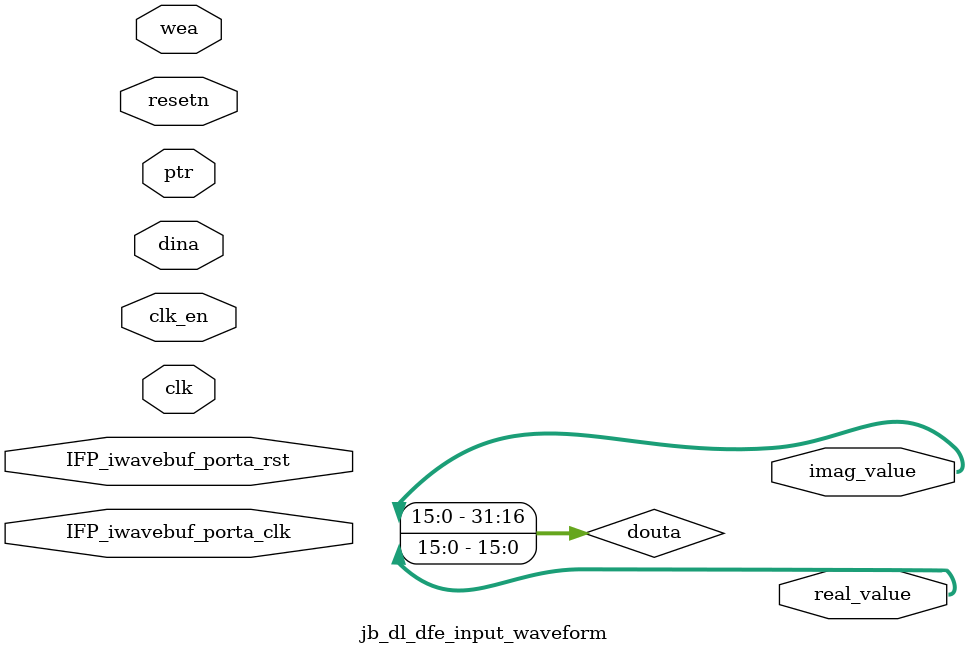
<source format=sv>


module jb_dl_dfe_input_waveform #(
   parameter PTR_WIDTH =15,
   parameter PRECISION =16
) (
   input 				clk_en,
   input 				clk,
   input 				resetn,
   input 				IFP_iwavebuf_porta_rst,
   input 				IFP_iwavebuf_porta_clk, 
					jb_ram_sp_if.mem IFP_iwavebuf_porta,

   input [PTR_WIDTH-1:0] 		ptr,
   input [2*PRECISION-1:0] 		dina,
   input [3:0]                          wea,


   output logic signed [PRECISION-1 :0] real_value,
   output logic signed [PRECISION-1 :0] imag_value

 );

   logic [2*PRECISION-1:0] 	  douta;
   logic [PTR_WIDTH-1:0] 		ptr_reg;
   logic [2*PRECISION-1:0] 	  dina_reg;
   logic [2*PRECISION-1:0] 	  wea_reg;
   
   
     always @(posedge clk) begin
      if (!resetn) begin
	 ptr_reg<= 0;
	 wea_reg <= 0;
	 dina_reg <=0;
      end
      else if (clk_en) begin
	 ptr_reg<= ptr;
	 wea_reg <= wea;
	 dina_reg <=dina;
	 
      end
    end // always @ (posedge clk)

/*
      logic bram_porta_en;
      assign bram_porta_en = clk_en;
*/

// bram_iwaveform bram_input_waveform (
//  .clka(clk),    // input wire clka
//  //.ena (bram_porta_en),
//  .wea(wea_reg),
//  .addra({{(32-PTR_WIDTH){1'b0}},ptr_reg,2'b00}),  // input wire [31 : 0] addra
//  .dina(dina_reg),
//  .douta(douta),  // output wire [31 : 0] douta
//  .clkb(IFP_iwavebuf_porta_clk),
//  .rstb(IFP_iwavebuf_porta_rst),
//  .enb(IFP_iwavebuf_porta.en),
//  .web(IFP_iwavebuf_porta.wr_en),
//  .addrb(IFP_iwavebuf_porta.addr),     // input wire [14:0] addr
//  .dinb(IFP_iwavebuf_porta.wr_data),   // input wire [31:0] din
//  .doutb(IFP_iwavebuf_porta.rd_data)   // input wire [31:0] dout
//);

   /*
  always @(posedge clk) begin
       real_value<=  $signed(douta[PRECISION-1:0]);
       imag_value<=  $signed(douta[2*PRECISION-1:PRECISION]);
    end // always @ (posedge clk)
*/
   

      assign real_value =  $signed(douta[PRECISION-1:0]);
      assign imag_value =  $signed(douta[2*PRECISION-1:PRECISION]);
/*
always @(*) begin
   real_value= 0;
   imag_value=0;
    case(ptr)
    0    : begin
              real_value= 0;
              imag_value=0;
            end
    1     : begin
              real_value= 0;
              imag_value=0;
            end
    2     : begin
              real_value= 0;
              imag_value=0;
            end
    3     : begin
              real_value= 0;
              imag_value=0;
            end
    4     : begin
              real_value= 0;
              imag_value=0;
            end
    5     : begin
              real_value= 0;
              imag_value=0;
            end
    6     : begin
              real_value= 0;
              imag_value=0;
            end
    7     : begin
              real_value= 0;
              imag_value=0;
            end
    8     : begin
              real_value= 0;
              imag_value=0;
            end
    9     : begin
              real_value= 0;
              imag_value=0;
            end
    10     : begin
              real_value= 0;
              imag_value=0;
            end
    11    : begin
              real_value= 0;
              imag_value=0;
            end
    12    : begin
              real_value= 0;
              imag_value=0;
            end
    13    : begin
              real_value= 0;
              imag_value=0;
            end
    14    : begin
              real_value= 0;
              imag_value=0;
            end
    15    : begin
              real_value= 1;
              imag_value=0;
            end
    16    : begin
              real_value= -2;
              imag_value=0;
            end
    17    : begin
              real_value= 0;
              imag_value=0;
            end
    18    : begin
              real_value= 3;
              imag_value=0;
            end
    19    : begin
              real_value= -3;
              imag_value=0;
            end
    20    : begin
              real_value= -3;
              imag_value=0;
            end
    21    : begin
              real_value= 7;
              imag_value=0;
            end
    22    : begin
              real_value= 0;
              imag_value=0;
            end
    23    : begin
              real_value= -9;
              imag_value=0;
            end
    24    : begin
              real_value= 8;
              imag_value=0;
            end
    25    : begin
              real_value= 6;
              imag_value=0;
            end
    26    : begin
              real_value= -15;
              imag_value=1;
            end
    27    : begin
              real_value= 3;
              imag_value=0;
            end
    28    : begin
              real_value= 16;
              imag_value=0;
            end
    29    : begin
              real_value= -18;
              imag_value=2;
            end
    30    : begin
              real_value= -6;
              imag_value=0;
            end
    31    : begin
              real_value= 28;
              imag_value=-1;
            end
    32    : begin
              real_value= -12;
              imag_value=3;
            end
    33    : begin
              real_value= -25;
              imag_value=0;
            end
    34    : begin
              real_value= 36;
              imag_value=-3;
            end
    35    : begin
              real_value= 4;
              imag_value=2;
            end
    36    : begin
              real_value= -46;
              imag_value=3;
            end
    37    : begin
              real_value= 30;
              imag_value=-4;
            end
    38    : begin
              real_value= 33;
              imag_value=0;
            end
    39    : begin
              real_value= -63;
              imag_value=7;
            end
    40    : begin
              real_value= 4;
              imag_value=-3;
            end
    41    : begin
              real_value= 71;
              imag_value=-2;
            end
    42    : begin
              real_value= -60;
              imag_value=10;
            end
    43    : begin
              real_value= -40;
              imag_value=0;
            end
    44    : begin
              real_value= 101;
              imag_value=-8;
            end
    45    : begin
              real_value= -28;
              imag_value=10;
            end
    46    : begin
              real_value= -100;
              imag_value=4;
            end
    47    : begin
              real_value= 107;
              imag_value=-14;
            end
    48    : begin
              real_value= 36;
              imag_value=5;
            end
    49    : begin
              real_value= -156;
              imag_value=12;
            end
    50    : begin
              real_value= 70;
              imag_value=-17;
            end
    51    : begin
              real_value= 129;
              imag_value=-2;
            end
    52    : begin
              real_value= -183;
              imag_value=22;
            end
    53    : begin
              real_value= -18;
              imag_value=-13;
            end
    54    : begin
              real_value= 229;
              imag_value=-17;
            end
    55    : begin
              real_value= -149;
              imag_value=27;
            end
    56    : begin
              real_value= -159;
              imag_value=-1;
            end
    57    : begin
              real_value= 299;
              imag_value=-33;
            end
    58    : begin
              real_value= -30;
              imag_value=25;
            end
    59    : begin
              real_value= -331;
              imag_value=18;
            end
    60    : begin
              real_value= 292;
              imag_value=-47;
            end
    61    : begin
              real_value= 183;
              imag_value=11;
            end
    62    : begin
              real_value= -493;
              imag_value=48;
            end
    63    : begin
              real_value= 156;
              imag_value=-50;
            end
    64    : begin
              real_value= 501;
              imag_value=-17;
            end
    65    : begin
              real_value= -587;
              imag_value=82;
            end
    66    : begin
              real_value= -178;
              imag_value=-36;
            end
    67    : begin
              real_value= 933;
              imag_value=-72;
            end
    68    : begin
              real_value= -525;
              imag_value=117;
            end
    69    : begin
              real_value= -902;
              imag_value=7;
            end
    70    : begin
              real_value= 1648;
              imag_value=-174;
            end
    71    : begin
              real_value= -65;
              imag_value=162;
            end
    72    : begin
              real_value= -3446;
              imag_value=145;
            end
    73    : begin
              real_value= 6382;
              imag_value=-555;
            end
    74    : begin
              real_value= 26397;
              imag_value=750;
            end
    75    : begin
              real_value= 32766;
              imag_value=6097;
            end
    76    : begin
              real_value= 30155;
              imag_value=13177;
            end
    77    : begin
              real_value= 25133;
              imag_value=19027;
            end
    78    : begin
              real_value= 23281;
              imag_value=23736;
            end
    79    : begin
              real_value= 17611;
              imag_value=27970;
            end
    80    : begin
              real_value= 10106;
              imag_value=30964;
            end
    81    : begin
              real_value= 4708;
              imag_value=32371;
            end
    82    : begin
              real_value= -1549;
              imag_value=32653;
            end
    83    : begin
              real_value= -9232;
              imag_value=31659;
            end
    84    : begin
              real_value= -15133;
              imag_value=29123;
            end
    85    : begin
              real_value= -20081;
              imag_value=25442;
            end
    86    : begin
              real_value= -25503;
              imag_value=20833;
            end
    87    : begin
              real_value= -29314;
              imag_value=15218;
            end
    88    : begin
              real_value= -31172;
              imag_value=8947;
            end
    89    : begin
              real_value= -32636;
              imag_value=2428;
            end
    90    : begin
              real_value= -32767;
              imag_value=-4249;
            end
    91    : begin
              real_value= -30778;
              imag_value=-10818;
            end
    92    : begin
              real_value= -27946;
              imag_value=-16844;
            end
    93    : begin
              real_value= -24322;
              imag_value=-22170;
            end
    94    : begin
              real_value= -19065;
              imag_value=-26648;
            end
    95    : begin
              real_value= -13089;
              imag_value=-29965;
            end
    96    : begin
              real_value= -7044;
              imag_value=-31999;
            end
    97    : begin
              real_value= -341;
              imag_value=-32763;
            end
    98    : begin
              real_value= 6547;
              imag_value=-32149;
            end
    99    : begin
              real_value= 12749;
              imag_value=-30149;
            end
    100    : begin
              real_value= 18535;
              imag_value=-26931;
            end
    101   : begin
              real_value= 23827;
              imag_value=-22605;
            end
    102   : begin
              real_value= 27851;
              imag_value=-17294;
            end
    103   : begin
              real_value= 30652;
              imag_value=-11277;
            end
    104   : begin
              real_value= 32447;
              imag_value=-4816;
            end
    105   : begin
              real_value= 32766;
              imag_value=1873;
            end
    106   : begin
              real_value= 31573;
              imag_value=8488;
            end
    107   : begin
              real_value= 29257;
              imag_value=14724;
            end
    108   : begin
              real_value= 25725;
              imag_value=20360;
            end
    109   : begin
              real_value= 20954;
              imag_value=25162;
            end
    110   : begin
              real_value= 15411;
              imag_value=28893;
            end
    111   : begin
              real_value= 9300;
              imag_value=31421;
            end
    112   : begin
              real_value= 2671;
              imag_value=32656;
            end
    113   : begin
              real_value= -4046;
              imag_value=32518;
            end
    114   : begin
              real_value= -10504;
              imag_value=31018;
            end
    115   : begin
              real_value= -16597;
              imag_value=28238;
            end
    116   : begin
              real_value= -22030;
              imag_value=24278;
            end
    117   : begin
              real_value= -26465;
              imag_value=19297;
            end
    118   : begin
              real_value= -29821;
              imag_value=13520;
            end
    119   : begin
              real_value= -31983;
              imag_value=7181;
            end
    120   : begin
              real_value= -32762;
              imag_value=534;
            end
    121   : begin
              real_value= -32167;
              imag_value=-6128;
            end
    122   : begin
              real_value= -30274;
              imag_value=-12535;
            end
    123   : begin
              real_value= -27099;
              imag_value=-18422;
            end
    124   : begin
              real_value= -22772;
              imag_value=-23542;
            end
    125   : begin
              real_value= -17525;
              imag_value=-27677;
            end
    126   : begin
              real_value= -11547;
              imag_value=-30660;
            end
    127   : begin
              real_value= -5067;
              imag_value=-32366;
            end
    128   : begin
              real_value= 1610;
              imag_value=-32720;
            end
    129   : begin
              real_value= 8214;
              imag_value=-31711;
            end
    130   : begin
              real_value= 14490;
              imag_value=-29381;
            end
    131   : begin
              real_value= 20158;
              imag_value=-25826;
            end
    132   : begin
              real_value= 24978;
              imag_value=-21193;
            end
    133   : begin
              real_value= 28764;
              imag_value=-15678;
            end
    134   : begin
              real_value= 31352;
              imag_value=-9508;
            end
    135   : begin
              real_value= 32627;
              imag_value=-2942;
            end
    136   : begin
              real_value= 32545;
              imag_value=3743;
            end
    137   : begin
              real_value= 31108;
              imag_value=10275;
            end
    138   : begin
              real_value= 28371;
              imag_value=16380;
            end
    139   : begin
              real_value= 24452;
              imag_value=21801;
            end
    140   : begin
              real_value= 19515;
              imag_value=26314;
            end
    141   : begin
              real_value= 13764;
              imag_value=29729;
            end
    142   : begin
              real_value= 7438;
              imag_value=31905;
            end
    143   : begin
              real_value= 802;
              imag_value=32750;
            end
    144   : begin
              real_value= -5864;
              imag_value=32231;
            end
    145   : begin
              real_value= -12288;
              imag_value=30369;
            end
    146   : begin
              real_value= -18200;
              imag_value=27240;
            end
    147   : begin
              real_value= -23354;
              imag_value=22974;
            end
    148   : begin
              real_value= -27534;
              imag_value=17752;
            end
    149   : begin
              real_value= -30565;
              imag_value=11790;
            end
    150   : begin
              real_value= -32323;
              imag_value=5336;
            end
    151   : begin
              real_value= -32733;
              imag_value=-1338;
            end
    152   : begin
              real_value= -31779;
              imag_value=-7959;
            end
    153   : begin
              real_value= -29499;
              imag_value=-14248;
            end
    154   : begin
              real_value= -25990;
              imag_value=-19943;
            end
    155   : begin
              real_value= -21399;
              imag_value=-24806;
            end
    156   : begin
              real_value= -15914;
              imag_value=-28636;
            end
    157   : begin
              real_value= -9765;
              imag_value=-31271;
            end
    158   : begin
              real_value= -3210;
              imag_value=-32603;
            end
    159   : begin
              real_value= 3476;
              imag_value=-32575;
            end
    160   : begin
              real_value= 10021;
              imag_value=-31191;
            end
    161   : begin
              real_value= 16148;
              imag_value=-28506;
            end
    162   : begin
              real_value= 21600;
              imag_value=-24630;
            end
    163   : begin
              real_value= 26152;
              imag_value=-19729;
            end
    164   : begin
              real_value= 29615;
              imag_value=-14006;
            end
    165   : begin
              real_value= 31843;
              imag_value=-7699;
            end
    166   : begin
              real_value= 32743;
              imag_value=-1070;
            end
    167   : begin
              real_value= 32278;
              imag_value=5599;
            end
    168   : begin
              real_value= 30468;
              imag_value=12039;
            end
    169   : begin
              real_value= 27387;
              imag_value=17977;
            end
    170   : begin
              real_value= 23165;
              imag_value=23165;
            end
    171   : begin
              real_value= 17977;
              imag_value=27387;
            end
    172   : begin
              real_value= 12039;
              imag_value=30468;
            end
    173   : begin
              real_value= 5599;
              imag_value=32278;
            end
    174   : begin
              real_value= -1070;
              imag_value=32743;
            end
    175   : begin
              real_value= -7699;
              imag_value=31843;
            end
    176   : begin
              real_value= -14006;
              imag_value=29615;
            end
    177   : begin
              real_value= -19729;
              imag_value=26152;
            end
    178   : begin
              real_value= -24630;
              imag_value=21600;
            end
    179   : begin
              real_value= -28506;
              imag_value=16148;
            end
    180   : begin
              real_value= -31191;
              imag_value=10021;
            end
    181   : begin
              real_value= -32575;
              imag_value=3476;
            end
    182   : begin
              real_value= -32603;
              imag_value=-3210;
            end
    183   : begin
              real_value= -31271;
              imag_value=-9765;
            end
    184   : begin
              real_value= -28636;
              imag_value=-15914;
            end
    185   : begin
              real_value= -24806;
              imag_value=-21399;
            end
    186   : begin
              real_value= -19943;
              imag_value=-25990;
            end
    187   : begin
              real_value= -14248;
              imag_value=-29499;
            end
    188   : begin
              real_value= -7959;
              imag_value=-31779;
            end
    189   : begin
              real_value= -1338;
              imag_value=-32733;
            end
    190   : begin
              real_value= 5336;
              imag_value=-32323;
            end
    191   : begin
              real_value= 11790;
              imag_value=-30565;
            end
    192   : begin
              real_value= 17752;
              imag_value=-27534;
            end
    193   : begin
              real_value= 22974;
              imag_value=-23354;
            end
    194   : begin
              real_value= 27240;
              imag_value=-18200;
            end
    195   : begin
              real_value= 30369;
              imag_value=-12288;
            end
    196   : begin
              real_value= 32231;
              imag_value=-5864;
            end
    197   : begin
              real_value= 32750;
              imag_value=802;
            end
    198   : begin
              real_value= 31905;
              imag_value=7438;
            end
    199   : begin
              real_value= 29729;
              imag_value=13764;
            end
    200   : begin
              real_value= 26314;
              imag_value=19515;
            end
    201   : begin
              real_value= 21801;
              imag_value=24453;
            end
    202   : begin
              real_value= 16380;
              imag_value=28371;
            end
    203   : begin
              real_value= 10275;
              imag_value=31107;
            end
    204   : begin
              real_value= 3742;
              imag_value=32547;
            end
    205   : begin
              real_value= -2942;
              imag_value=32629;
            end
    206   : begin
              real_value= -9508;
              imag_value=31351;
            end
    207   : begin
              real_value= -15678;
              imag_value=28766;
            end
    208   : begin
              real_value= -21194;
              imag_value=24981;
            end
    209   : begin
              real_value= -25826;
              imag_value=20154;
            end
    210   : begin
              real_value= -29382;
              imag_value=14489;
            end
    211   : begin
              real_value= -31713;
              imag_value=8219;
            end
    212   : begin
              real_value= -32721;
              imag_value=1606;
            end
    213   : begin
              real_value= -32365;
              imag_value=-5071;
            end
    214   : begin
              real_value= -30661;
              imag_value=-11539;
            end
    215   : begin
              real_value= -27678;
              imag_value=-17525;
            end
    216   : begin
              real_value= -23541;
              imag_value=-22782;
            end
    217   : begin
              real_value= -18423;
              imag_value=-27090;
            end
    218   : begin
              real_value= -12537;
              imag_value=-30267;
            end
    219   : begin
              real_value= -6127;
              imag_value=-32183;
            end
    220   : begin
              real_value= 535;
              imag_value=-32757;
            end
    221   : begin
              real_value= 7177;
              imag_value=-31965;
            end
    222   : begin
              real_value= 13520;
              imag_value=-29841;
            end
    223   : begin
              real_value= 19299;
              imag_value=-26472;
            end
    224   : begin
              real_value= 24274;
              imag_value=-22001;
            end
    225   : begin
              real_value= 28236;
              imag_value=-16611;
            end
    226   : begin
              real_value= 31023;
              imag_value=-10529;
            end
    227   : begin
              real_value= 32515;
              imag_value=-4009;
            end
    228   : begin
              real_value= 32651;
              imag_value=2676;
            end
    229   : begin
              real_value= 31426;
              imag_value=9253;
            end
    230   : begin
              real_value= 28892;
              imag_value=15442;
            end
    231   : begin
              real_value= 25154;
              imag_value=20988;
            end
    232   : begin
              real_value= 20365;
              imag_value=25661;
            end
    233   : begin
              real_value= 14728;
              imag_value=29263;
            end
    234   : begin
              real_value= 8477;
              imag_value=31645;
            end
    235   : begin
              real_value= 1874;
              imag_value=32707;
            end
    236   : begin
              real_value= -4806;
              imag_value=32407;
            end
    237   : begin
              real_value= -11289;
              imag_value=30755;
            end
    238   : begin
              real_value= -17299;
              imag_value=27820;
            end
    239   : begin
              real_value= -22589;
              imag_value=23726;
            end
    240   : begin
              real_value= -26938;
              imag_value=18644;
            end
    241   : begin
              real_value= -30163;
              imag_value=12784;
            end
    242   : begin
              real_value= -32131;
              imag_value=6390;
            end
    243   : begin
              real_value= -32759;
              imag_value=-267;
            end
    244   : begin
              real_value= -32022;
              imag_value=-6915;
            end
    245   : begin
              real_value= -29950;
              imag_value=-13274;
            end
    246   : begin
              real_value= -26630;
              imag_value=-19081;
            end
    247   : begin
              real_value= -22199;
              imag_value=-24092;
            end
    248   : begin
              real_value= -16842;
              imag_value=-28100;
            end
    249   : begin
              real_value= -10783;
              imag_value=-30935;
            end
    250   : begin
              real_value= -4275;
              imag_value=-32481;
            end
    251   : begin
              real_value= 2408;
              imag_value=-32673;
            end
    252   : begin
              real_value= 8995;
              imag_value=-31501;
            end
    253   : begin
              real_value= 15206;
              imag_value=-29017;
            end
    254   : begin
              real_value= 20783;
              imag_value=-25324;
            end
    255   : begin
              real_value= 25494;
              imag_value=-20575;
            end
    256   : begin
              real_value= 29142;
              imag_value=-14968;
            end
    257   : begin
              real_value= 31575;
              imag_value=-8737;
            end
    258   : begin
              real_value= 32691;
              imag_value=-2142;
            end
    259   : begin
              real_value= 32445;
              imag_value=4540;
            end
    260   : begin
              real_value= 30846;
              imag_value=11036;
            end
    261   : begin
              real_value= 27961;
              imag_value=17072;
            end
    262   : begin
              real_value= 23911;
              imag_value=22395;
            end
    263   : begin
              real_value= 18863;
              imag_value=26784;
            end
    264   : begin
              real_value= 13030;
              imag_value=30057;
            end
    265   : begin
              real_value= 6654;
              imag_value=32077;
            end
    266   : begin
              real_value= 0;
              imag_value=32760;
            end
    267   : begin
              real_value= -6654;
              imag_value=32077;
            end
    268   : begin
              real_value= -13030;
              imag_value=30057;
            end
    269   : begin
              real_value= -18863;
              imag_value=26784;
            end
    270   : begin
              real_value= -23911;
              imag_value=22395;
            end
    271   : begin
              real_value= -27961;
              imag_value=17072;
            end
    272   : begin
              real_value= -30846;
              imag_value=11036;
            end
    273   : begin
              real_value= -32445;
              imag_value=4540;
            end
    274   : begin
              real_value= -32691;
              imag_value=-2142;
            end
    275   : begin
              real_value= -31575;
              imag_value=-8737;
            end
    276   : begin
              real_value= -29142;
              imag_value=-14968;
            end
    277   : begin
              real_value= -25494;
              imag_value=-20575;
            end
    278   : begin
              real_value= -20783;
              imag_value=-25324;
            end
    279   : begin
              real_value= -15206;
              imag_value=-29017;
            end
    280   : begin
              real_value= -8995;
              imag_value=-31501;
            end
    281   : begin
              real_value= -2408;
              imag_value=-32673;
            end
    282   : begin
              real_value= 4275;
              imag_value=-32481;
            end
    283   : begin
              real_value= 10783;
              imag_value=-30935;
            end
    284   : begin
              real_value= 16842;
              imag_value=-28100;
            end
    285   : begin
              real_value= 22199;
              imag_value=-24092;
            end
    286   : begin
              real_value= 26630;
              imag_value=-19081;
            end
    287   : begin
              real_value= 29950;
              imag_value=-13274;
            end
    288   : begin
              real_value= 32022;
              imag_value=-6915;
            end
    289   : begin
              real_value= 32759;
              imag_value=-267;
            end
    290   : begin
              real_value= 32131;
              imag_value=6390;
            end
    291   : begin
              real_value= 30163;
              imag_value=12784;
            end
    292   : begin
              real_value= 26938;
              imag_value=18644;
            end
    293   : begin
              real_value= 22589;
              imag_value=23726;
            end
    294   : begin
              real_value= 17299;
              imag_value=27820;
            end
    295   : begin
              real_value= 11289;
              imag_value=30755;
            end
    296   : begin
              real_value= 4806;
              imag_value=32407;
            end
    297   : begin
              real_value= -1874;
              imag_value=32707;
            end
    298   : begin
              real_value= -8477;
              imag_value=31645;
            end
    299   : begin
              real_value= -14728;
              imag_value=29263;
            end
    300   : begin
              real_value= -20365;
              imag_value=25661;
            end
    301   : begin
              real_value= -25154;
              imag_value=20988;
            end
    302   : begin
              real_value= -28892;
              imag_value=15442;
            end
    303   : begin
              real_value= -31426;
              imag_value=9253;
            end
    304   : begin
              real_value= -32651;
              imag_value=2676;
            end
    305   : begin
              real_value= -32515;
              imag_value=-4009;
            end
    306   : begin
              real_value= -31023;
              imag_value=-10529;
            end
    307   : begin
              real_value= -28236;
              imag_value=-16611;
            end
    308   : begin
              real_value= -24274;
              imag_value=-22001;
            end
    309   : begin
              real_value= -19299;
              imag_value=-26472;
            end
    310   : begin
              real_value= -13520;
              imag_value=-29841;
            end
    311   : begin
              real_value= -7177;
              imag_value=-31965;
            end
    312   : begin
              real_value= -535;
              imag_value=-32757;
            end
    313   : begin
              real_value= 6127;
              imag_value=-32183;
            end
    314   : begin
              real_value= 12537;
              imag_value=-30267;
            end
    315   : begin
              real_value= 18423;
              imag_value=-27090;
            end
    316   : begin
              real_value= 23541;
              imag_value=-22782;
            end
    317   : begin
              real_value= 27678;
              imag_value=-17525;
            end
    318   : begin
              real_value= 30661;
              imag_value=-11539;
            end
    319   : begin
              real_value= 32365;
              imag_value=-5071;
            end
    320   : begin
              real_value= 32721;
              imag_value=1606;
            end
    321   : begin
              real_value= 31713;
              imag_value=8219;
            end
    322   : begin
              real_value= 29382;
              imag_value=14489;
            end
    323   : begin
              real_value= 25826;
              imag_value=20154;
            end
    324   : begin
              real_value= 21194;
              imag_value=24981;
            end
    325   : begin
              real_value= 15678;
              imag_value=28766;
            end
    326   : begin
              real_value= 9508;
              imag_value=31351;
            end
    327   : begin
              real_value= 2942;
              imag_value=32629;
            end
    328   : begin
              real_value= -3742;
              imag_value=32547;
            end
    329   : begin
              real_value= -10275;
              imag_value=31107;
            end
    330   : begin
              real_value= -16380;
              imag_value=28371;
            end
    331   : begin
              real_value= -21801;
              imag_value=24453;
            end
    332   : begin
              real_value= -26314;
              imag_value=19515;
            end
    333   : begin
              real_value= -29729;
              imag_value=13764;
            end
    334   : begin
              real_value= -31905;
              imag_value=7438;
            end
    335   : begin
              real_value= -32750;
              imag_value=802;
            end
    336   : begin
              real_value= -32231;
              imag_value=-5864;
            end
    337   : begin
              real_value= -30369;
              imag_value=-12288;
            end
    338   : begin
              real_value= -27240;
              imag_value=-18200;
            end
    339   : begin
              real_value= -22974;
              imag_value=-23354;
            end
    340   : begin
              real_value= -17752;
              imag_value=-27534;
            end
    341   : begin
              real_value= -11790;
              imag_value=-30565;
            end
    342   : begin
              real_value= -5336;
              imag_value=-32323;
            end
    343   : begin
              real_value= 1338;
              imag_value=-32733;
            end
    344   : begin
              real_value= 7959;
              imag_value=-31779;
            end
    345   : begin
              real_value= 14248;
              imag_value=-29499;
            end
    346   : begin
              real_value= 19943;
              imag_value=-25990;
            end
    347   : begin
              real_value= 24806;
              imag_value=-21399;
            end
    348   : begin
              real_value= 28636;
              imag_value=-15914;
            end
    349   : begin
              real_value= 31271;
              imag_value=-9765;
            end
    350   : begin
              real_value= 32603;
              imag_value=-3210;
            end
    351   : begin
              real_value= 32575;
              imag_value=3476;
            end
    352   : begin
              real_value= 31191;
              imag_value=10021;
            end
    353   : begin
              real_value= 28506;
              imag_value=16148;
            end
    354   : begin
              real_value= 24630;
              imag_value=21600;
            end
    355   : begin
              real_value= 19729;
              imag_value=26152;
            end
    356   : begin
              real_value= 14006;
              imag_value=29615;
            end
    357   : begin
              real_value= 7699;
              imag_value=31843;
            end
    358   : begin
              real_value= 1070;
              imag_value=32743;
            end
    359   : begin
              real_value= -5599;
              imag_value=32278;
            end
    360   : begin
              real_value= -12039;
              imag_value=30468;
            end
    361   : begin
              real_value= -17977;
              imag_value=27387;
            end
    362   : begin
              real_value= -23165;
              imag_value=23165;
            end
    363   : begin
              real_value= -27387;
              imag_value=17977;
            end
    364   : begin
              real_value= -30468;
              imag_value=12039;
            end
    365   : begin
              real_value= -32278;
              imag_value=5599;
            end
    366   : begin
              real_value= -32743;
              imag_value=-1070;
            end
    367   : begin
              real_value= -31843;
              imag_value=-7699;
            end
    368   : begin
              real_value= -29615;
              imag_value=-14006;
            end
    369   : begin
              real_value= -26152;
              imag_value=-19729;
            end
    370   : begin
              real_value= -21600;
              imag_value=-24630;
            end
    371   : begin
              real_value= -16148;
              imag_value=-28506;
            end
    372   : begin
              real_value= -10021;
              imag_value=-31191;
            end
    373   : begin
              real_value= -3476;
              imag_value=-32575;
            end
    374   : begin
              real_value= 3210;
              imag_value=-32603;
            end
    375   : begin
              real_value= 9765;
              imag_value=-31271;
            end
    376   : begin
              real_value= 15914;
              imag_value=-28636;
            end
    377   : begin
              real_value= 21399;
              imag_value=-24806;
            end
    378   : begin
              real_value= 25990;
              imag_value=-19943;
            end
    379   : begin
              real_value= 29499;
              imag_value=-14248;
            end
    380   : begin
              real_value= 31779;
              imag_value=-7959;
            end
    381   : begin
              real_value= 32733;
              imag_value=-1338;
            end
    382   : begin
              real_value= 32323;
              imag_value=5336;
            end
    383   : begin
              real_value= 30565;
              imag_value=11790;
            end
    384   : begin
              real_value= 27534;
              imag_value=17752;
            end
    385   : begin
              real_value= 23354;
              imag_value=22974;
            end
    386   : begin
              real_value= 18200;
              imag_value=27240;
            end
    387   : begin
              real_value= 12288;
              imag_value=30369;
            end
    388   : begin
              real_value= 5864;
              imag_value=32231;
            end
    389   : begin
              real_value= -802;
              imag_value=32750;
            end
    390   : begin
              real_value= -7438;
              imag_value=31905;
            end
    391   : begin
              real_value= -13764;
              imag_value=29729;
            end
    392   : begin
              real_value= -19515;
              imag_value=26314;
            end
    393   : begin
              real_value= -24453;
              imag_value=21801;
            end
    394   : begin
              real_value= -28371;
              imag_value=16380;
            end
    395   : begin
              real_value= -31107;
              imag_value=10275;
            end
    396   : begin
              real_value= -32547;
              imag_value=3742;
            end
    397   : begin
              real_value= -32629;
              imag_value=-2942;
            end
    398   : begin
              real_value= -31351;
              imag_value=-9508;
            end
    399   : begin
              real_value= -28766;
              imag_value=-15678;
            end
    400   : begin
              real_value= -24981;
              imag_value=-21194;
            end
    401   : begin
              real_value= -20154;
              imag_value=-25826;
            end
    402   : begin
              real_value= -14489;
              imag_value=-29382;
            end
    403   : begin
              real_value= -8219;
              imag_value=-31713;
            end
    404   : begin
              real_value= -1606;
              imag_value=-32721;
            end
    405   : begin
              real_value= 5071;
              imag_value=-32365;
            end
    406   : begin
              real_value= 11539;
              imag_value=-30661;
            end
    407   : begin
              real_value= 17525;
              imag_value=-27678;
            end
    408   : begin
              real_value= 22782;
              imag_value=-23541;
            end
    409   : begin
              real_value= 27090;
              imag_value=-18423;
            end
    410   : begin
              real_value= 30267;
              imag_value=-12537;
            end
    411   : begin
              real_value= 32183;
              imag_value=-6127;
            end
    412   : begin
              real_value= 32757;
              imag_value=535;
            end
    413   : begin
              real_value= 31965;
              imag_value=7177;
            end
    414   : begin
              real_value= 29841;
              imag_value=13520;
            end
    415   : begin
              real_value= 26472;
              imag_value=19299;
            end
    416   : begin
              real_value= 22001;
              imag_value=24274;
            end
    417   : begin
              real_value= 16611;
              imag_value=28236;
            end
    418   : begin
              real_value= 10529;
              imag_value=31023;
            end
    419   : begin
              real_value= 4009;
              imag_value=32515;
            end
    420   : begin
              real_value= -2676;
              imag_value=32651;
            end
    421   : begin
              real_value= -9253;
              imag_value=31426;
            end
    422   : begin
              real_value= -15442;
              imag_value=28892;
            end
    423   : begin
              real_value= -20988;
              imag_value=25154;
            end
    424   : begin
              real_value= -25661;
              imag_value=20365;
            end
    425   : begin
              real_value= -29263;
              imag_value=14728;
            end
    426   : begin
              real_value= -31645;
              imag_value=8477;
            end
    427   : begin
              real_value= -32707;
              imag_value=1874;
            end
    428   : begin
              real_value= -32407;
              imag_value=-4806;
            end
    429   : begin
              real_value= -30755;
              imag_value=-11289;
            end
    430   : begin
              real_value= -27820;
              imag_value=-17299;
            end
    431   : begin
              real_value= -23726;
              imag_value=-22589;
            end
    432   : begin
              real_value= -18644;
              imag_value=-26938;
            end
    433   : begin
              real_value= -12784;
              imag_value=-30163;
            end
    434   : begin
              real_value= -6390;
              imag_value=-32131;
            end
    435   : begin
              real_value= 267;
              imag_value=-32759;
            end
    436   : begin
              real_value= 6915;
              imag_value=-32022;
            end
    437   : begin
              real_value= 13274;
              imag_value=-29950;
            end
    438   : begin
              real_value= 19081;
              imag_value=-26630;
            end
    439   : begin
              real_value= 24092;
              imag_value=-22199;
            end
    440   : begin
              real_value= 28100;
              imag_value=-16842;
            end
    441   : begin
              real_value= 30935;
              imag_value=-10783;
            end
    442   : begin
              real_value= 32481;
              imag_value=-4275;
            end
    443   : begin
              real_value= 32673;
              imag_value=2408;
            end
    444   : begin
              real_value= 31501;
              imag_value=8995;
            end
    445   : begin
              real_value= 29017;
              imag_value=15206;
            end
    446   : begin
              real_value= 25324;
              imag_value=20783;
            end
    447   : begin
              real_value= 20575;
              imag_value=25494;
            end
    448   : begin
              real_value= 14968;
              imag_value=29142;
            end
    449   : begin
              real_value= 8737;
              imag_value=31575;
            end
    450   : begin
              real_value= 2142;
              imag_value=32691;
            end
    451   : begin
              real_value= -4540;
              imag_value=32445;
            end
    452   : begin
              real_value= -11036;
              imag_value=30846;
            end
    453   : begin
              real_value= -17072;
              imag_value=27961;
            end
    454   : begin
              real_value= -22395;
              imag_value=23911;
            end
    455   : begin
              real_value= -26784;
              imag_value=18863;
            end
    456   : begin
              real_value= -30057;
              imag_value=13030;
            end
    457   : begin
              real_value= -32077;
              imag_value=6654;
            end
    458   : begin
              real_value= -32760;
              imag_value=0;
            end
    459   : begin
              real_value= -32077;
              imag_value=-6654;
            end
    460   : begin
              real_value= -30057;
              imag_value=-13030;
            end
    461   : begin
              real_value= -26784;
              imag_value=-18863;
            end
    462   : begin
              real_value= -22395;
              imag_value=-23911;
            end
    463   : begin
              real_value= -17072;
              imag_value=-27961;
            end
    464   : begin
              real_value= -11036;
              imag_value=-30846;
            end
    465   : begin
              real_value= -4540;
              imag_value=-32445;
            end
    466   : begin
              real_value= 2142;
              imag_value=-32691;
            end
    467   : begin
              real_value= 8737;
              imag_value=-31575;
            end
    468   : begin
              real_value= 14968;
              imag_value=-29142;
            end
    469   : begin
              real_value= 20575;
              imag_value=-25494;
            end
    470   : begin
              real_value= 25324;
              imag_value=-20783;
            end
    471   : begin
              real_value= 29017;
              imag_value=-15206;
            end
    472   : begin
              real_value= 31501;
              imag_value=-8995;
            end
    473   : begin
              real_value= 32673;
              imag_value=-2408;
            end
    474   : begin
              real_value= 32481;
              imag_value=4275;
            end
    475   : begin
              real_value= 30935;
              imag_value=10783;
            end
    476   : begin
              real_value= 28100;
              imag_value=16842;
            end
    477   : begin
              real_value= 24092;
              imag_value=22199;
            end
    478   : begin
              real_value= 19081;
              imag_value=26630;
            end
    479   : begin
              real_value= 13274;
              imag_value=29950;
            end
    480   : begin
              real_value= 6915;
              imag_value=32022;
            end
    481   : begin
              real_value= 267;
              imag_value=32759;
            end
    482   : begin
              real_value= -6390;
              imag_value=32131;
            end
    483   : begin
              real_value= -12784;
              imag_value=30163;
            end
    484   : begin
              real_value= -18644;
              imag_value=26938;
            end
    485   : begin
              real_value= -23726;
              imag_value=22589;
            end
    486   : begin
              real_value= -27820;
              imag_value=17299;
            end
    487   : begin
              real_value= -30755;
              imag_value=11289;
            end
    488   : begin
              real_value= -32407;
              imag_value=4806;
            end
    489   : begin
              real_value= -32707;
              imag_value=-1874;
            end
    490   : begin
              real_value= -31645;
              imag_value=-8477;
            end
    491   : begin
              real_value= -29263;
              imag_value=-14728;
            end
    492   : begin
              real_value= -25661;
              imag_value=-20365;
            end
    493   : begin
              real_value= -20988;
              imag_value=-25154;
            end
    494   : begin
              real_value= -15442;
              imag_value=-28892;
            end
    495   : begin
              real_value= -9253;
              imag_value=-31426;
            end
    496   : begin
              real_value= -2676;
              imag_value=-32651;
            end
    497   : begin
              real_value= 4009;
              imag_value=-32515;
            end
    498   : begin
              real_value= 10529;
              imag_value=-31023;
            end
    499   : begin
              real_value= 16611;
              imag_value=-28236;
            end
    500   : begin
              real_value= 22001;
              imag_value=-24274;
            end
    501   : begin
              real_value= 26472;
              imag_value=-19299;
            end
    502   : begin
              real_value= 29841;
              imag_value=-13520;
            end
    503   : begin
              real_value= 31965;
              imag_value=-7177;
            end
    504   : begin
              real_value= 32757;
              imag_value=-535;
            end
    505   : begin
              real_value= 32183;
              imag_value=6127;
            end
    506   : begin
              real_value= 30267;
              imag_value=12537;
            end
    507   : begin
              real_value= 27090;
              imag_value=18423;
            end
    508   : begin
              real_value= 22782;
              imag_value=23541;
            end
    509   : begin
              real_value= 17525;
              imag_value=27678;
            end
    510   : begin
              real_value= 11539;
              imag_value=30661;
            end
    511   : begin
              real_value= 5071;
              imag_value=32365;
            end
    512   : begin
              real_value= -1606;
              imag_value=32721;
            end
    513   : begin
              real_value= -8219;
              imag_value=31713;
            end
    514   : begin
              real_value= -14489;
              imag_value=29382;
            end
    515   : begin
              real_value= -20154;
              imag_value=25826;
            end
    516   : begin
              real_value= -24981;
              imag_value=21194;
            end
    517   : begin
              real_value= -28766;
              imag_value=15678;
            end
    518   : begin
              real_value= -31351;
              imag_value=9508;
            end
    519   : begin
              real_value= -32629;
              imag_value=2942;
            end
    520   : begin
              real_value= -32547;
              imag_value=-3742;
            end
    521   : begin
              real_value= -31107;
              imag_value=-10275;
            end
    522   : begin
              real_value= -28371;
              imag_value=-16380;
            end
    523   : begin
              real_value= -24453;
              imag_value=-21801;
            end
    524   : begin
              real_value= -19515;
              imag_value=-26314;
            end
    525   : begin
              real_value= -13764;
              imag_value=-29729;
            end
    526   : begin
              real_value= -7438;
              imag_value=-31905;
            end
    527   : begin
              real_value= -802;
              imag_value=-32750;
            end
    528   : begin
              real_value= 5864;
              imag_value=-32231;
            end
    529   : begin
              real_value= 12288;
              imag_value=-30369;
            end
    530   : begin
              real_value= 18200;
              imag_value=-27240;
            end
    531   : begin
              real_value= 23354;
              imag_value=-22974;
            end
    532   : begin
              real_value= 27534;
              imag_value=-17752;
            end
    533   : begin
              real_value= 30565;
              imag_value=-11790;
            end
    534   : begin
              real_value= 32323;
              imag_value=-5336;
            end
    535   : begin
              real_value= 32733;
              imag_value=1338;
            end
    536   : begin
              real_value= 31779;
              imag_value=7959;
            end
    537   : begin
              real_value= 29499;
              imag_value=14248;
            end
    538   : begin
              real_value= 25990;
              imag_value=19943;
            end
    539   : begin
              real_value= 21399;
              imag_value=24806;
            end
    540   : begin
              real_value= 15914;
              imag_value=28636;
            end
    541   : begin
              real_value= 9765;
              imag_value=31271;
            end
    542   : begin
              real_value= 3210;
              imag_value=32603;
            end
    543   : begin
              real_value= -3476;
              imag_value=32575;
            end
    544   : begin
              real_value= -10021;
              imag_value=31191;
            end
    545   : begin
              real_value= -16148;
              imag_value=28506;
            end
    546   : begin
              real_value= -21600;
              imag_value=24630;
            end
    547   : begin
              real_value= -26152;
              imag_value=19729;
            end
    548   : begin
              real_value= -29615;
              imag_value=14006;
            end
    549   : begin
              real_value= -31843;
              imag_value=7699;
            end
    550   : begin
              real_value= -32743;
              imag_value=1070;
            end
    551   : begin
              real_value= -32278;
              imag_value=-5599;
            end
    552   : begin
              real_value= -30468;
              imag_value=-12039;
            end
    553   : begin
              real_value= -27387;
              imag_value=-17977;
            end
    554   : begin
              real_value= -23165;
              imag_value=-23165;
            end
    555   : begin
              real_value= -17977;
              imag_value=-27387;
            end
    556   : begin
              real_value= -12039;
              imag_value=-30468;
            end
    557   : begin
              real_value= -5599;
              imag_value=-32278;
            end
    558   : begin
              real_value= 1070;
              imag_value=-32743;
            end
    559   : begin
              real_value= 7699;
              imag_value=-31843;
            end
    560   : begin
              real_value= 14006;
              imag_value=-29615;
            end
    561   : begin
              real_value= 19729;
              imag_value=-26152;
            end
    562   : begin
              real_value= 24630;
              imag_value=-21600;
            end
    563   : begin
              real_value= 28506;
              imag_value=-16148;
            end
    564   : begin
              real_value= 31191;
              imag_value=-10021;
            end
    565   : begin
              real_value= 32575;
              imag_value=-3476;
            end
    566   : begin
              real_value= 32603;
              imag_value=3210;
            end
    567   : begin
              real_value= 31271;
              imag_value=9765;
            end
    568   : begin
              real_value= 28636;
              imag_value=15914;
            end
    569   : begin
              real_value= 24806;
              imag_value=21399;
            end
    570   : begin
              real_value= 19943;
              imag_value=25990;
            end
    571   : begin
              real_value= 14248;
              imag_value=29499;
            end
    572   : begin
              real_value= 7959;
              imag_value=31779;
            end
    573   : begin
              real_value= 1338;
              imag_value=32733;
            end
    574   : begin
              real_value= -5336;
              imag_value=32323;
            end
    575   : begin
              real_value= -11790;
              imag_value=30565;
            end
    576   : begin
              real_value= -17752;
              imag_value=27534;
            end
    577   : begin
              real_value= -22974;
              imag_value=23354;
            end
    578   : begin
              real_value= -27240;
              imag_value=18200;
            end
    579   : begin
              real_value= -30369;
              imag_value=12288;
            end
    580   : begin
              real_value= -32231;
              imag_value=5864;
            end
    581   : begin
              real_value= -32750;
              imag_value=-802;
            end
    582   : begin
              real_value= -31905;
              imag_value=-7438;
            end
    583   : begin
              real_value= -29729;
              imag_value=-13764;
            end
    584   : begin
              real_value= -26314;
              imag_value=-19515;
            end
    585   : begin
              real_value= -21801;
              imag_value=-24453;
            end
    586   : begin
              real_value= -16380;
              imag_value=-28371;
            end
    587   : begin
              real_value= -10275;
              imag_value=-31107;
            end
    588   : begin
              real_value= -3742;
              imag_value=-32547;
            end
    589   : begin
              real_value= 2942;
              imag_value=-32629;
            end
    590   : begin
              real_value= 9508;
              imag_value=-31351;
            end
    591   : begin
              real_value= 15678;
              imag_value=-28766;
            end
    592   : begin
              real_value= 21194;
              imag_value=-24981;
            end
    593   : begin
              real_value= 25826;
              imag_value=-20154;
            end
    594   : begin
              real_value= 29382;
              imag_value=-14489;
            end
    595   : begin
              real_value= 31713;
              imag_value=-8219;
            end
    596   : begin
              real_value= 32721;
              imag_value=-1606;
            end
    597   : begin
              real_value= 32365;
              imag_value=5071;
            end
    598   : begin
              real_value= 30661;
              imag_value=11539;
            end
    599   : begin
              real_value= 27678;
              imag_value=17525;
            end
    600   : begin
              real_value= 23541;
              imag_value=22782;
            end
    601   : begin
              real_value= 18423;
              imag_value=27090;
            end
    602   : begin
              real_value= 12537;
              imag_value=30267;
            end
    603   : begin
              real_value= 6127;
              imag_value=32183;
            end
    604   : begin
              real_value= -535;
              imag_value=32757;
            end
    605   : begin
              real_value= -7177;
              imag_value=31965;
            end
    606   : begin
              real_value= -13520;
              imag_value=29841;
            end
    607   : begin
              real_value= -19299;
              imag_value=26472;
            end
    608   : begin
              real_value= -24274;
              imag_value=22001;
            end
    609   : begin
              real_value= -28236;
              imag_value=16611;
            end
    610   : begin
              real_value= -31023;
              imag_value=10529;
            end
    611   : begin
              real_value= -32515;
              imag_value=4009;
            end
    612   : begin
              real_value= -32651;
              imag_value=-2676;
            end
    613   : begin
              real_value= -31426;
              imag_value=-9253;
            end
    614   : begin
              real_value= -28892;
              imag_value=-15442;
            end
    615   : begin
              real_value= -25154;
              imag_value=-20988;
            end
    616   : begin
              real_value= -20365;
              imag_value=-25661;
            end
    617   : begin
              real_value= -14728;
              imag_value=-29263;
            end
    618   : begin
              real_value= -8477;
              imag_value=-31645;
            end
    619   : begin
              real_value= -1874;
              imag_value=-32707;
            end
    620   : begin
              real_value= 4806;
              imag_value=-32407;
            end
    621   : begin
              real_value= 11289;
              imag_value=-30755;
            end
    622   : begin
              real_value= 17299;
              imag_value=-27820;
            end
    623   : begin
              real_value= 22589;
              imag_value=-23726;
            end
    624   : begin
              real_value= 26938;
              imag_value=-18644;
            end
    625   : begin
              real_value= 30163;
              imag_value=-12784;
            end
    626   : begin
              real_value= 32131;
              imag_value=-6390;
            end
    627   : begin
              real_value= 32759;
              imag_value=267;
            end
    628   : begin
              real_value= 32022;
              imag_value=6915;
            end
    629   : begin
              real_value= 29950;
              imag_value=13274;
            end
    630   : begin
              real_value= 26630;
              imag_value=19081;
            end
    631   : begin
              real_value= 22199;
              imag_value=24092;
            end
    632   : begin
              real_value= 16842;
              imag_value=28100;
            end
    633   : begin
              real_value= 10783;
              imag_value=30935;
            end
    634   : begin
              real_value= 4275;
              imag_value=32481;
            end
    635   : begin
              real_value= -2408;
              imag_value=32673;
            end
    636   : begin
              real_value= -8995;
              imag_value=31501;
            end
    637   : begin
              real_value= -15206;
              imag_value=29017;
            end
    638   : begin
              real_value= -20783;
              imag_value=25324;
            end
    639   : begin
              real_value= -25494;
              imag_value=20575;
            end
    640   : begin
              real_value= -29142;
              imag_value=14968;
            end
    641   : begin
              real_value= -31575;
              imag_value=8737;
            end
    642   : begin
              real_value= -32691;
              imag_value=2142;
            end
    643   : begin
              real_value= -32445;
              imag_value=-4540;
            end
    644   : begin
              real_value= -30846;
              imag_value=-11036;
            end
    645   : begin
              real_value= -27961;
              imag_value=-17072;
            end
    646   : begin
              real_value= -23911;
              imag_value=-22395;
            end
    647   : begin
              real_value= -18863;
              imag_value=-26784;
            end
    648   : begin
              real_value= -13030;
              imag_value=-30057;
            end
    649   : begin
              real_value= -6654;
              imag_value=-32077;
            end
    650   : begin
              real_value= 0;
              imag_value=-32760;
            end
    651   : begin
              real_value= 6654;
              imag_value=-32077;
            end
    652   : begin
              real_value= 13030;
              imag_value=-30057;
            end
    653   : begin
              real_value= 18863;
              imag_value=-26784;
            end
    654   : begin
              real_value= 23911;
              imag_value=-22395;
            end
    655   : begin
              real_value= 27961;
              imag_value=-17072;
            end
    656   : begin
              real_value= 30846;
              imag_value=-11036;
            end
    657   : begin
              real_value= 32445;
              imag_value=-4540;
            end
    658   : begin
              real_value= 32691;
              imag_value=2142;
            end
    659   : begin
              real_value= 31575;
              imag_value=8737;
            end
    660   : begin
              real_value= 29142;
              imag_value=14968;
            end
    661   : begin
              real_value= 25494;
              imag_value=20575;
            end
    662   : begin
              real_value= 20783;
              imag_value=25324;
            end
    663   : begin
              real_value= 15206;
              imag_value=29017;
            end
    664   : begin
              real_value= 8995;
              imag_value=31501;
            end
    665   : begin
              real_value= 2408;
              imag_value=32673;
            end
    666   : begin
              real_value= -4275;
              imag_value=32481;
            end
    667   : begin
              real_value= -10783;
              imag_value=30935;
            end
    668   : begin
              real_value= -16842;
              imag_value=28100;
            end
    669   : begin
              real_value= -22199;
              imag_value=24092;
            end
    670   : begin
              real_value= -26630;
              imag_value=19081;
            end
    671   : begin
              real_value= -29950;
              imag_value=13274;
            end
    672   : begin
              real_value= -32022;
              imag_value=6915;
            end
    673   : begin
              real_value= -32759;
              imag_value=267;
            end
    674   : begin
              real_value= -32131;
              imag_value=-6390;
            end
    675   : begin
              real_value= -30163;
              imag_value=-12784;
            end
    676   : begin
              real_value= -26938;
              imag_value=-18644;
            end
    677   : begin
              real_value= -22589;
              imag_value=-23726;
            end
    678   : begin
              real_value= -17299;
              imag_value=-27820;
            end
    679   : begin
              real_value= -11289;
              imag_value=-30755;
            end
    680   : begin
              real_value= -4806;
              imag_value=-32407;
            end
    681   : begin
              real_value= 1874;
              imag_value=-32707;
            end
    682   : begin
              real_value= 8477;
              imag_value=-31645;
            end
    683   : begin
              real_value= 14728;
              imag_value=-29263;
            end
    684   : begin
              real_value= 20365;
              imag_value=-25661;
            end
    685   : begin
              real_value= 25154;
              imag_value=-20988;
            end
    686   : begin
              real_value= 28892;
              imag_value=-15442;
            end
    687   : begin
              real_value= 31426;
              imag_value=-9253;
            end
    688   : begin
              real_value= 32651;
              imag_value=-2676;
            end
    689   : begin
              real_value= 32515;
              imag_value=4009;
            end
    690   : begin
              real_value= 31023;
              imag_value=10529;
            end
    691   : begin
              real_value= 28236;
              imag_value=16611;
            end
    692   : begin
              real_value= 24274;
              imag_value=22001;
            end
    693   : begin
              real_value= 19299;
              imag_value=26472;
            end
    694   : begin
              real_value= 13520;
              imag_value=29841;
            end
    695   : begin
              real_value= 7177;
              imag_value=31965;
            end
    696   : begin
              real_value= 535;
              imag_value=32757;
            end
    697   : begin
              real_value= -6127;
              imag_value=32183;
            end
    698   : begin
              real_value= -12537;
              imag_value=30267;
            end
    699   : begin
              real_value= -18423;
              imag_value=27090;
            end
    700   : begin
              real_value= -23541;
              imag_value=22782;
            end
    701   : begin
              real_value= -27678;
              imag_value=17525;
            end
    702   : begin
              real_value= -30661;
              imag_value=11539;
            end
    703   : begin
              real_value= -32365;
              imag_value=5071;
            end
    704   : begin
              real_value= -32721;
              imag_value=-1606;
            end
    705   : begin
              real_value= -31713;
              imag_value=-8219;
            end
    706   : begin
              real_value= -29382;
              imag_value=-14489;
            end
    707   : begin
              real_value= -25826;
              imag_value=-20154;
            end
    708   : begin
              real_value= -21194;
              imag_value=-24981;
            end
    709   : begin
              real_value= -15678;
              imag_value=-28766;
            end
    710   : begin
              real_value= -9508;
              imag_value=-31351;
            end
    711   : begin
              real_value= -2942;
              imag_value=-32629;
            end
    712   : begin
              real_value= 3742;
              imag_value=-32547;
            end
    713   : begin
              real_value= 10275;
              imag_value=-31107;
            end
    714   : begin
              real_value= 16380;
              imag_value=-28371;
            end
    715   : begin
              real_value= 21801;
              imag_value=-24453;
            end
    716   : begin
              real_value= 26314;
              imag_value=-19515;
            end
    717   : begin
              real_value= 29729;
              imag_value=-13764;
            end
    718   : begin
              real_value= 31905;
              imag_value=-7438;
            end
    719   : begin
              real_value= 32750;
              imag_value=-802;
            end
    720   : begin
              real_value= 32231;
              imag_value=5864;
            end
    721   : begin
              real_value= 30369;
              imag_value=12288;
            end
    722   : begin
              real_value= 27240;
              imag_value=18200;
            end
    723   : begin
              real_value= 22974;
              imag_value=23354;
            end
    724   : begin
              real_value= 17752;
              imag_value=27534;
            end
    725   : begin
              real_value= 11790;
              imag_value=30565;
            end
    726   : begin
              real_value= 5336;
              imag_value=32323;
            end
    727   : begin
              real_value= -1338;
              imag_value=32733;
            end
    728   : begin
              real_value= -7959;
              imag_value=31779;
            end
    729   : begin
              real_value= -14248;
              imag_value=29499;
            end
    730   : begin
              real_value= -19943;
              imag_value=25990;
            end
    731   : begin
              real_value= -24806;
              imag_value=21399;
            end
    732   : begin
              real_value= -28636;
              imag_value=15914;
            end
    733   : begin
              real_value= -31271;
              imag_value=9765;
            end
    734   : begin
              real_value= -32603;
              imag_value=3210;
            end
    735   : begin
              real_value= -32575;
              imag_value=-3476;
            end
    736   : begin
              real_value= -31191;
              imag_value=-10021;
            end
    737   : begin
              real_value= -28506;
              imag_value=-16148;
            end
    738   : begin
              real_value= -24630;
              imag_value=-21600;
            end
    739   : begin
              real_value= -19729;
              imag_value=-26152;
            end
    740   : begin
              real_value= -14006;
              imag_value=-29615;
            end
    741   : begin
              real_value= -7699;
              imag_value=-31843;
            end
    742   : begin
              real_value= -1070;
              imag_value=-32743;
            end
    743   : begin
              real_value= 5599;
              imag_value=-32278;
            end
    744   : begin
              real_value= 12039;
              imag_value=-30468;
            end
    745   : begin
              real_value= 17977;
              imag_value=-27387;
            end
    746   : begin
              real_value= 23165;
              imag_value=-23165;
            end
    747   : begin
              real_value= 27387;
              imag_value=-17977;
            end
    748   : begin
              real_value= 30468;
              imag_value=-12039;
            end
    749   : begin
              real_value= 32278;
              imag_value=-5599;
            end
    750   : begin
              real_value= 32743;
              imag_value=1070;
            end
    751   : begin
              real_value= 31843;
              imag_value=7699;
            end
    752   : begin
              real_value= 29615;
              imag_value=14006;
            end
    753   : begin
              real_value= 26152;
              imag_value=19729;
            end
    754   : begin
              real_value= 21600;
              imag_value=24630;
            end
    755   : begin
              real_value= 16148;
              imag_value=28506;
            end
    756   : begin
              real_value= 10021;
              imag_value=31191;
            end
    757   : begin
              real_value= 3476;
              imag_value=32575;
            end
    758   : begin
              real_value= -3210;
              imag_value=32603;
            end
    759   : begin
              real_value= -9765;
              imag_value=31271;
            end
    760   : begin
              real_value= -15914;
              imag_value=28636;
            end
    761   : begin
              real_value= -21399;
              imag_value=24806;
            end
    762   : begin
              real_value= -25990;
              imag_value=19943;
            end
    763   : begin
              real_value= -29499;
              imag_value=14248;
            end
    764   : begin
              real_value= -31779;
              imag_value=7959;
            end
    765   : begin
              real_value= -32733;
              imag_value=1338;
            end
    766   : begin
              real_value= -32323;
              imag_value=-5336;
            end
    767   : begin
              real_value= -30565;
              imag_value=-11790;
            end
    768   : begin
              real_value= -27534;
              imag_value=-17752;
            end
    769   : begin
              real_value= -23354;
              imag_value=-22974;
            end
    770   : begin
              real_value= -18200;
              imag_value=-27240;
            end
    771   : begin
              real_value= -12288;
              imag_value=-30369;
            end
    772   : begin
              real_value= -5864;
              imag_value=-32231;
            end
    773   : begin
              real_value= 802;
              imag_value=-32750;
            end
    774   : begin
              real_value= 7438;
              imag_value=-31905;
            end
    775   : begin
              real_value= 13764;
              imag_value=-29729;
            end
    776   : begin
              real_value= 19515;
              imag_value=-26314;
            end
    777   : begin
              real_value= 24453;
              imag_value=-21801;
            end
    778   : begin
              real_value= 28371;
              imag_value=-16380;
            end
    779   : begin
              real_value= 31107;
              imag_value=-10275;
            end
    780   : begin
              real_value= 32547;
              imag_value=-3742;
            end
    781   : begin
              real_value= 32629;
              imag_value=2942;
            end
    782   : begin
              real_value= 31351;
              imag_value=9508;
            end
    783   : begin
              real_value= 28766;
              imag_value=15678;
            end
    784   : begin
              real_value= 24981;
              imag_value=21194;
            end
    785   : begin
              real_value= 20154;
              imag_value=25826;
            end
    786   : begin
              real_value= 14489;
              imag_value=29382;
            end
    787   : begin
              real_value= 8219;
              imag_value=31713;
            end
    788   : begin
              real_value= 1606;
              imag_value=32721;
            end
    789   : begin
              real_value= -5071;
              imag_value=32365;
            end
    790   : begin
              real_value= -11539;
              imag_value=30661;
            end
    791   : begin
              real_value= -17525;
              imag_value=27678;
            end
    792   : begin
              real_value= -22782;
              imag_value=23541;
            end
    793   : begin
              real_value= -27090;
              imag_value=18423;
            end
    794   : begin
              real_value= -30267;
              imag_value=12537;
            end
    795   : begin
              real_value= -32183;
              imag_value=6127;
            end
    796   : begin
              real_value= -32757;
              imag_value=-535;
            end
    797   : begin
              real_value= -31965;
              imag_value=-7177;
            end
    798   : begin
              real_value= -29841;
              imag_value=-13520;
            end
    799   : begin
              real_value= -26472;
              imag_value=-19299;
            end
    800   : begin
              real_value= -22001;
              imag_value=-24274;
            end
    801   : begin
              real_value= -16611;
              imag_value=-28236;
            end
    802   : begin
              real_value= -10529;
              imag_value=-31023;
            end
    803   : begin
              real_value= -4009;
              imag_value=-32515;
            end
    804   : begin
              real_value= 2676;
              imag_value=-32651;
            end
    805   : begin
              real_value= 9253;
              imag_value=-31426;
            end
    806   : begin
              real_value= 15442;
              imag_value=-28892;
            end
    807   : begin
              real_value= 20988;
              imag_value=-25154;
            end
    808   : begin
              real_value= 25661;
              imag_value=-20365;
            end
    809   : begin
              real_value= 29263;
              imag_value=-14728;
            end
    810   : begin
              real_value= 31645;
              imag_value=-8477;
            end
    811   : begin
              real_value= 32707;
              imag_value=-1874;
            end
    812   : begin
              real_value= 32407;
              imag_value=4806;
            end
    813   : begin
              real_value= 30755;
              imag_value=11289;
            end
    814   : begin
              real_value= 27820;
              imag_value=17299;
            end
    815   : begin
              real_value= 23726;
              imag_value=22589;
            end
    816   : begin
              real_value= 18644;
              imag_value=26938;
            end
    817   : begin
              real_value= 12784;
              imag_value=30163;
            end
    818   : begin
              real_value= 6390;
              imag_value=32131;
            end
    819   : begin
              real_value= -267;
              imag_value=32759;
            end
    820   : begin
              real_value= -6915;
              imag_value=32022;
            end
    821   : begin
              real_value= -13274;
              imag_value=29950;
            end
    822   : begin
              real_value= -19081;
              imag_value=26630;
            end
    823   : begin
              real_value= -24092;
              imag_value=22199;
            end
    824   : begin
              real_value= -28100;
              imag_value=16842;
            end
    825   : begin
              real_value= -30935;
              imag_value=10783;
            end
    826   : begin
              real_value= -32481;
              imag_value=4275;
            end
    827   : begin
              real_value= -32673;
              imag_value=-2408;
            end
    828   : begin
              real_value= -31501;
              imag_value=-8995;
            end
    829   : begin
              real_value= -29017;
              imag_value=-15206;
            end
    830   : begin
              real_value= -25324;
              imag_value=-20783;
            end
    831   : begin
              real_value= -20575;
              imag_value=-25494;
            end
    832   : begin
              real_value= -14968;
              imag_value=-29142;
            end
    833   : begin
              real_value= -8737;
              imag_value=-31575;
            end
    834   : begin
              real_value= -2142;
              imag_value=-32691;
            end
    835   : begin
              real_value= 4540;
              imag_value=-32445;
            end
    836   : begin
              real_value= 11036;
              imag_value=-30846;
            end
    837   : begin
              real_value= 17072;
              imag_value=-27961;
            end
    838   : begin
              real_value= 22395;
              imag_value=-23911;
            end
    839   : begin
              real_value= 26784;
              imag_value=-18863;
            end
    840   : begin
              real_value= 30057;
              imag_value=-13030;
            end
    841   : begin
              real_value= 32077;
              imag_value=-6654;
            end
    842   : begin
              real_value= 32760;
              imag_value=0;
            end
    843   : begin
              real_value= 32077;
              imag_value=6654;
            end
    844   : begin
              real_value= 30057;
              imag_value=13030;
            end
    845   : begin
              real_value= 26784;
              imag_value=18863;
            end
    846   : begin
              real_value= 22395;
              imag_value=23911;
            end
    847   : begin
              real_value= 17072;
              imag_value=27961;
            end
    848   : begin
              real_value= 11036;
              imag_value=30846;
            end
    849   : begin
              real_value= 4540;
              imag_value=32445;
            end
    850   : begin
              real_value= -2142;
              imag_value=32691;
            end
    851   : begin
              real_value= -8737;
              imag_value=31575;
            end
    852   : begin
              real_value= -14968;
              imag_value=29142;
            end
    853   : begin
              real_value= -20575;
              imag_value=25494;
            end
    854   : begin
              real_value= -25324;
              imag_value=20783;
            end
    855   : begin
              real_value= -29017;
              imag_value=15206;
            end
    856   : begin
              real_value= -31501;
              imag_value=8995;
            end
    857   : begin
              real_value= -32673;
              imag_value=2408;
            end
    858   : begin
              real_value= -32481;
              imag_value=-4275;
            end
    859   : begin
              real_value= -30935;
              imag_value=-10783;
            end
    860   : begin
              real_value= -28100;
              imag_value=-16842;
            end
    861   : begin
              real_value= -24092;
              imag_value=-22199;
            end
    862   : begin
              real_value= -19081;
              imag_value=-26630;
            end
    863   : begin
              real_value= -13274;
              imag_value=-29950;
            end
    864   : begin
              real_value= -6915;
              imag_value=-32022;
            end
    865   : begin
              real_value= -267;
              imag_value=-32759;
            end
    866   : begin
              real_value= 6390;
              imag_value=-32131;
            end
    867   : begin
              real_value= 12784;
              imag_value=-30163;
            end
    868   : begin
              real_value= 18644;
              imag_value=-26938;
            end
    869   : begin
              real_value= 23726;
              imag_value=-22589;
            end
    870   : begin
              real_value= 27820;
              imag_value=-17299;
            end
    871   : begin
              real_value= 30755;
              imag_value=-11289;
            end
    872   : begin
              real_value= 32407;
              imag_value=-4806;
            end
    873   : begin
              real_value= 32707;
              imag_value=1874;
            end
    874   : begin
              real_value= 31645;
              imag_value=8477;
            end
    875   : begin
              real_value= 29263;
              imag_value=14728;
            end
    876   : begin
              real_value= 25661;
              imag_value=20365;
            end
    877   : begin
              real_value= 20988;
              imag_value=25154;
            end
    878   : begin
              real_value= 15442;
              imag_value=28892;
            end
    879   : begin
              real_value= 9253;
              imag_value=31426;
            end
    880   : begin
              real_value= 2676;
              imag_value=32651;
            end
    881   : begin
              real_value= -4009;
              imag_value=32515;
            end
    882   : begin
              real_value= -10529;
              imag_value=31023;
            end
    883   : begin
              real_value= -16611;
              imag_value=28236;
            end
    884   : begin
              real_value= -22001;
              imag_value=24274;
            end
    885   : begin
              real_value= -26472;
              imag_value=19299;
            end
    886   : begin
              real_value= -29841;
              imag_value=13520;
            end
    887   : begin
              real_value= -31965;
              imag_value=7177;
            end
    888   : begin
              real_value= -32757;
              imag_value=535;
            end
    889   : begin
              real_value= -32183;
              imag_value=-6127;
            end
    890   : begin
              real_value= -30267;
              imag_value=-12537;
            end
    891   : begin
              real_value= -27090;
              imag_value=-18423;
            end
    892   : begin
              real_value= -22782;
              imag_value=-23541;
            end
    893   : begin
              real_value= -17525;
              imag_value=-27678;
            end
    894   : begin
              real_value= -11539;
              imag_value=-30661;
            end
    895   : begin
              real_value= -5071;
              imag_value=-32365;
            end
    896   : begin
              real_value= 1606;
              imag_value=-32721;
            end
    897   : begin
              real_value= 8219;
              imag_value=-31713;
            end
    898   : begin
              real_value= 14489;
              imag_value=-29382;
            end
    899   : begin
              real_value= 20154;
              imag_value=-25826;
            end
    900   : begin
              real_value= 24981;
              imag_value=-21194;
            end
    901   : begin
              real_value= 28766;
              imag_value=-15678;
            end
    902   : begin
              real_value= 31351;
              imag_value=-9508;
            end
    903   : begin
              real_value= 32629;
              imag_value=-2942;
            end
    904   : begin
              real_value= 32547;
              imag_value=3742;
            end
    905   : begin
              real_value= 31107;
              imag_value=10275;
            end
    906   : begin
              real_value= 28371;
              imag_value=16380;
            end
    907   : begin
              real_value= 24453;
              imag_value=21801;
            end
    908   : begin
              real_value= 19515;
              imag_value=26314;
            end
    909   : begin
              real_value= 13764;
              imag_value=29729;
            end
    910   : begin
              real_value= 7438;
              imag_value=31905;
            end
    911   : begin
              real_value= 802;
              imag_value=32750;
            end
    912   : begin
              real_value= -5864;
              imag_value=32231;
            end
    913   : begin
              real_value= -12288;
              imag_value=30369;
            end
    914   : begin
              real_value= -18200;
              imag_value=27240;
            end
    915   : begin
              real_value= -23354;
              imag_value=22974;
            end
    916   : begin
              real_value= -27534;
              imag_value=17752;
            end
    917   : begin
              real_value= -30565;
              imag_value=11790;
            end
    918   : begin
              real_value= -32323;
              imag_value=5336;
            end
    919   : begin
              real_value= -32733;
              imag_value=-1338;
            end
    920   : begin
              real_value= -31779;
              imag_value=-7959;
            end
    921   : begin
              real_value= -29499;
              imag_value=-14248;
            end
    922   : begin
              real_value= -25990;
              imag_value=-19943;
            end
    923   : begin
              real_value= -21399;
              imag_value=-24806;
            end
    924   : begin
              real_value= -15914;
              imag_value=-28636;
            end
    925   : begin
              real_value= -9765;
              imag_value=-31271;
            end
    926   : begin
              real_value= -3210;
              imag_value=-32603;
            end
    927   : begin
              real_value= 3476;
              imag_value=-32575;
            end
    928   : begin
              real_value= 10021;
              imag_value=-31191;
            end
    929   : begin
              real_value= 16148;
              imag_value=-28506;
            end
    930   : begin
              real_value= 21600;
              imag_value=-24630;
            end
    931   : begin
              real_value= 26152;
              imag_value=-19729;
            end
    932   : begin
              real_value= 29615;
              imag_value=-14006;
            end
    933   : begin
              real_value= 31843;
              imag_value=-7699;
            end
    934   : begin
              real_value= 32743;
              imag_value=-1070;
            end
    935   : begin
              real_value= 32278;
              imag_value=5599;
            end
    936   : begin
              real_value= 30468;
              imag_value=12039;
            end
    937   : begin
              real_value= 27387;
              imag_value=17977;
            end
    938   : begin
              real_value= 23165;
              imag_value=23165;
            end
    939   : begin
              real_value= 17977;
              imag_value=27387;
            end
    940   : begin
              real_value= 12039;
              imag_value=30468;
            end
    941   : begin
              real_value= 5599;
              imag_value=32278;
            end
    942   : begin
              real_value= -1070;
              imag_value=32743;
            end
    943   : begin
              real_value= -7699;
              imag_value=31843;
            end
    944   : begin
              real_value= -14006;
              imag_value=29615;
            end
    945   : begin
              real_value= -19729;
              imag_value=26152;
            end
    946   : begin
              real_value= -24630;
              imag_value=21600;
            end
    947   : begin
              real_value= -28506;
              imag_value=16148;
            end
    948   : begin
              real_value= -31191;
              imag_value=10021;
            end
    949   : begin
              real_value= -32575;
              imag_value=3476;
            end
    950   : begin
              real_value= -32603;
              imag_value=-3210;
            end
    951   : begin
              real_value= -31271;
              imag_value=-9765;
            end
    952   : begin
              real_value= -28636;
              imag_value=-15914;
            end
    953   : begin
              real_value= -24806;
              imag_value=-21399;
            end
    954   : begin
              real_value= -19943;
              imag_value=-25990;
            end
    955   : begin
              real_value= -14248;
              imag_value=-29499;
            end
    956   : begin
              real_value= -7959;
              imag_value=-31779;
            end
    957   : begin
              real_value= -1338;
              imag_value=-32733;
            end
    958   : begin
              real_value= 5336;
              imag_value=-32323;
            end
    959   : begin
              real_value= 11790;
              imag_value=-30565;
            end
    960   : begin
              real_value= 17752;
              imag_value=-27534;
            end
    961   : begin
              real_value= 22974;
              imag_value=-23354;
            end
    962   : begin
              real_value= 27240;
              imag_value=-18200;
            end
    963   : begin
              real_value= 30369;
              imag_value=-12288;
            end
    964   : begin
              real_value= 32231;
              imag_value=-5864;
            end
    965   : begin
              real_value= 32750;
              imag_value=802;
            end
    966   : begin
              real_value= 31905;
              imag_value=7438;
            end
    967   : begin
              real_value= 29729;
              imag_value=13764;
            end
    968   : begin
              real_value= 26314;
              imag_value=19515;
            end
    969   : begin
              real_value= 21801;
              imag_value=24453;
            end
    970   : begin
              real_value= 16380;
              imag_value=28371;
            end
    971   : begin
              real_value= 10275;
              imag_value=31107;
            end
    972   : begin
              real_value= 3742;
              imag_value=32547;
            end
    973   : begin
              real_value= -2942;
              imag_value=32629;
            end
    974   : begin
              real_value= -9508;
              imag_value=31351;
            end
    975   : begin
              real_value= -15678;
              imag_value=28766;
            end
    976   : begin
              real_value= -21194;
              imag_value=24981;
            end
    977   : begin
              real_value= -25826;
              imag_value=20154;
            end
    978   : begin
              real_value= -29382;
              imag_value=14489;
            end
    979   : begin
              real_value= -31713;
              imag_value=8219;
            end
    980   : begin
              real_value= -32721;
              imag_value=1606;
            end
    981   : begin
              real_value= -32365;
              imag_value=-5071;
            end
    982   : begin
              real_value= -30661;
              imag_value=-11539;
            end
    983   : begin
              real_value= -27678;
              imag_value=-17525;
            end
    984   : begin
              real_value= -23541;
              imag_value=-22782;
            end
    985   : begin
              real_value= -18423;
              imag_value=-27090;
            end
    986   : begin
              real_value= -12537;
              imag_value=-30267;
            end
    987   : begin
              real_value= -6127;
              imag_value=-32183;
            end
    988   : begin
              real_value= 535;
              imag_value=-32757;
            end
    989   : begin
              real_value= 7177;
              imag_value=-31965;
            end
    990   : begin
              real_value= 13520;
              imag_value=-29841;
            end
    991   : begin
              real_value= 19299;
              imag_value=-26472;
            end
    992   : begin
              real_value= 24274;
              imag_value=-22001;
            end
    993   : begin
              real_value= 28236;
              imag_value=-16611;
            end
    994   : begin
              real_value= 31023;
              imag_value=-10529;
            end
    995   : begin
              real_value= 32515;
              imag_value=-4009;
            end
    996   : begin
              real_value= 32651;
              imag_value=2676;
            end
    997   : begin
              real_value= 31426;
              imag_value=9253;
            end
    998   : begin
              real_value= 28892;
              imag_value=15442;
            end
    999   : begin
              real_value= 25154;
              imag_value=20988;
            end
    1000   : begin
              real_value= 20365;
              imag_value=25661;
            end
    1001  : begin
              real_value= 14728;
              imag_value=29263;
            end
    1002  : begin
              real_value= 8477;
              imag_value=31645;
            end
    1003  : begin
              real_value= 1874;
              imag_value=32707;
            end
    1004  : begin
              real_value= -4806;
              imag_value=32407;
            end
    1005  : begin
              real_value= -11289;
              imag_value=30755;
            end
    1006  : begin
              real_value= -17299;
              imag_value=27820;
            end
    1007  : begin
              real_value= -22589;
              imag_value=23726;
            end
    1008  : begin
              real_value= -26938;
              imag_value=18644;
            end
    1009  : begin
              real_value= -30163;
              imag_value=12784;
            end
    1010  : begin
              real_value= -32131;
              imag_value=6390;
            end
    1011  : begin
              real_value= -32759;
              imag_value=-267;
            end
    1012  : begin
              real_value= -32022;
              imag_value=-6915;
            end
    1013  : begin
              real_value= -29950;
              imag_value=-13274;
            end
    1014  : begin
              real_value= -26630;
              imag_value=-19081;
            end
    1015  : begin
              real_value= -22199;
              imag_value=-24092;
            end
    1016  : begin
              real_value= -16842;
              imag_value=-28100;
            end
    1017  : begin
              real_value= -10783;
              imag_value=-30935;
            end
    1018  : begin
              real_value= -4275;
              imag_value=-32481;
            end
    1019  : begin
              real_value= 2408;
              imag_value=-32673;
            end
    1020  : begin
              real_value= 8995;
              imag_value=-31501;
            end
    1021  : begin
              real_value= 15206;
              imag_value=-29017;
            end
    1022  : begin
              real_value= 20783;
              imag_value=-25324;
            end
    1023  : begin
              real_value= 25494;
              imag_value=-20575;
            end
    1024  : begin
              real_value= 29142;
              imag_value=-14968;
            end
    1025  : begin
              real_value= 31575;
              imag_value=-8737;
            end
    1026  : begin
              real_value= 32691;
              imag_value=-2142;
            end
    1027  : begin
              real_value= 32445;
              imag_value=4540;
            end
    1028  : begin
              real_value= 30846;
              imag_value=11036;
            end
    1029  : begin
              real_value= 27961;
              imag_value=17072;
            end
    1030  : begin
              real_value= 23911;
              imag_value=22395;
            end
    1031  : begin
              real_value= 18863;
              imag_value=26784;
            end
    1032  : begin
              real_value= 13030;
              imag_value=30057;
            end
    1033  : begin
              real_value= 6654;
              imag_value=32077;
            end
    1034  : begin
              real_value= 0;
              imag_value=32760;
            end
    1035  : begin
              real_value= -6654;
              imag_value=32077;
            end
    1036  : begin
              real_value= -13030;
              imag_value=30057;
            end
    1037  : begin
              real_value= -18863;
              imag_value=26784;
            end
    1038  : begin
              real_value= -23911;
              imag_value=22395;
            end
    1039  : begin
              real_value= -27961;
              imag_value=17072;
            end
    1040  : begin
              real_value= -30846;
              imag_value=11036;
            end
    1041  : begin
              real_value= -32445;
              imag_value=4540;
            end
    1042  : begin
              real_value= -32691;
              imag_value=-2142;
            end
    1043  : begin
              real_value= -31575;
              imag_value=-8737;
            end
    1044  : begin
              real_value= -29142;
              imag_value=-14968;
            end
    1045  : begin
              real_value= -25494;
              imag_value=-20575;
            end
    1046  : begin
              real_value= -20783;
              imag_value=-25324;
            end
    1047  : begin
              real_value= -15206;
              imag_value=-29017;
            end
    1048  : begin
              real_value= -8995;
              imag_value=-31501;
            end
    1049  : begin
              real_value= -2408;
              imag_value=-32673;
            end
    1050  : begin
              real_value= 4275;
              imag_value=-32481;
            end
    1051  : begin
              real_value= 10783;
              imag_value=-30935;
            end
    1052  : begin
              real_value= 16842;
              imag_value=-28100;
            end
    1053  : begin
              real_value= 22199;
              imag_value=-24092;
            end
    1054  : begin
              real_value= 26630;
              imag_value=-19081;
            end
    1055  : begin
              real_value= 29950;
              imag_value=-13274;
            end
    1056  : begin
              real_value= 32022;
              imag_value=-6915;
            end
    1057  : begin
              real_value= 32759;
              imag_value=-267;
            end
    1058  : begin
              real_value= 32131;
              imag_value=6390;
            end
    1059  : begin
              real_value= 30163;
              imag_value=12784;
            end
    1060  : begin
              real_value= 26938;
              imag_value=18644;
            end
    1061  : begin
              real_value= 22589;
              imag_value=23726;
            end
    1062  : begin
              real_value= 17299;
              imag_value=27820;
            end
    1063  : begin
              real_value= 11289;
              imag_value=30755;
            end
    1064  : begin
              real_value= 4806;
              imag_value=32407;
            end
    1065  : begin
              real_value= -1874;
              imag_value=32707;
            end
    1066  : begin
              real_value= -8477;
              imag_value=31645;
            end
    1067  : begin
              real_value= -14728;
              imag_value=29263;
            end
    1068  : begin
              real_value= -20365;
              imag_value=25661;
            end
    1069  : begin
              real_value= -25154;
              imag_value=20988;
            end
    1070  : begin
              real_value= -28892;
              imag_value=15442;
            end
    1071  : begin
              real_value= -31426;
              imag_value=9253;
            end
    1072  : begin
              real_value= -32651;
              imag_value=2676;
            end
    1073  : begin
              real_value= -32515;
              imag_value=-4009;
            end
    1074  : begin
              real_value= -31023;
              imag_value=-10529;
            end
    1075  : begin
              real_value= -28236;
              imag_value=-16611;
            end
    1076  : begin
              real_value= -24274;
              imag_value=-22001;
            end
    1077  : begin
              real_value= -19299;
              imag_value=-26472;
            end
    1078  : begin
              real_value= -13520;
              imag_value=-29841;
            end
    1079  : begin
              real_value= -7177;
              imag_value=-31965;
            end
    1080  : begin
              real_value= -535;
              imag_value=-32757;
            end
    1081  : begin
              real_value= 6127;
              imag_value=-32183;
            end
    1082  : begin
              real_value= 12537;
              imag_value=-30267;
            end
    1083  : begin
              real_value= 18423;
              imag_value=-27090;
            end
    1084  : begin
              real_value= 23541;
              imag_value=-22782;
            end
    1085  : begin
              real_value= 27678;
              imag_value=-17525;
            end
    1086  : begin
              real_value= 30661;
              imag_value=-11539;
            end
    1087  : begin
              real_value= 32365;
              imag_value=-5071;
            end
    1088  : begin
              real_value= 32721;
              imag_value=1606;
            end
    1089  : begin
              real_value= 31713;
              imag_value=8219;
            end
    1090  : begin
              real_value= 29382;
              imag_value=14489;
            end
    1091  : begin
              real_value= 25826;
              imag_value=20154;
            end
    1092  : begin
              real_value= 21194;
              imag_value=24981;
            end
    1093  : begin
              real_value= 15678;
              imag_value=28766;
            end
    1094  : begin
              real_value= 9508;
              imag_value=31351;
            end
    1095  : begin
              real_value= 2942;
              imag_value=32629;
            end
    1096  : begin
              real_value= -3742;
              imag_value=32547;
            end
    1097  : begin
              real_value= -10275;
              imag_value=31107;
            end
    1098  : begin
              real_value= -16380;
              imag_value=28371;
            end
    1099  : begin
              real_value= -21801;
              imag_value=24453;
            end
    1100  : begin
              real_value= -26314;
              imag_value=19515;
            end
    1101  : begin
              real_value= -29729;
              imag_value=13764;
            end
    1102  : begin
              real_value= -31905;
              imag_value=7438;
            end
    1103  : begin
              real_value= -32750;
              imag_value=802;
            end
    1104  : begin
              real_value= -32231;
              imag_value=-5864;
            end
    1105  : begin
              real_value= -30369;
              imag_value=-12288;
            end
    1106  : begin
              real_value= -27240;
              imag_value=-18200;
            end
    1107  : begin
              real_value= -22974;
              imag_value=-23354;
            end
    1108  : begin
              real_value= -17752;
              imag_value=-27534;
            end
    1109  : begin
              real_value= -11790;
              imag_value=-30565;
            end
    1110  : begin
              real_value= -5336;
              imag_value=-32323;
            end
    1111  : begin
              real_value= 1338;
              imag_value=-32733;
            end
    1112  : begin
              real_value= 7959;
              imag_value=-31779;
            end
    1113  : begin
              real_value= 14248;
              imag_value=-29499;
            end
    1114  : begin
              real_value= 19943;
              imag_value=-25990;
            end
    1115  : begin
              real_value= 24806;
              imag_value=-21399;
            end
    1116  : begin
              real_value= 28636;
              imag_value=-15914;
            end
    1117  : begin
              real_value= 31271;
              imag_value=-9765;
            end
    1118  : begin
              real_value= 32603;
              imag_value=-3210;
            end
    1119  : begin
              real_value= 32575;
              imag_value=3476;
            end
    1120  : begin
              real_value= 31191;
              imag_value=10021;
            end
    1121  : begin
              real_value= 28506;
              imag_value=16148;
            end
    1122  : begin
              real_value= 24630;
              imag_value=21600;
            end
    1123  : begin
              real_value= 19729;
              imag_value=26152;
            end
    1124  : begin
              real_value= 14006;
              imag_value=29615;
            end
    1125  : begin
              real_value= 7699;
              imag_value=31843;
            end
    1126  : begin
              real_value= 1070;
              imag_value=32743;
            end
    1127  : begin
              real_value= -5599;
              imag_value=32278;
            end
    1128  : begin
              real_value= -12039;
              imag_value=30468;
            end
    1129  : begin
              real_value= -17977;
              imag_value=27387;
            end
    1130  : begin
              real_value= -23165;
              imag_value=23165;
            end
    1131  : begin
              real_value= -27387;
              imag_value=17977;
            end
    1132  : begin
              real_value= -30468;
              imag_value=12039;
            end
    1133  : begin
              real_value= -32278;
              imag_value=5599;
            end
    1134  : begin
              real_value= -32743;
              imag_value=-1070;
            end
    1135  : begin
              real_value= -31843;
              imag_value=-7699;
            end
    1136  : begin
              real_value= -29615;
              imag_value=-14006;
            end
    1137  : begin
              real_value= -26152;
              imag_value=-19729;
            end
    1138  : begin
              real_value= -21600;
              imag_value=-24630;
            end
    1139  : begin
              real_value= -16148;
              imag_value=-28506;
            end
    1140  : begin
              real_value= -10021;
              imag_value=-31191;
            end
    1141  : begin
              real_value= -3476;
              imag_value=-32575;
            end
    1142  : begin
              real_value= 3210;
              imag_value=-32603;
            end
    1143  : begin
              real_value= 9765;
              imag_value=-31271;
            end
    1144  : begin
              real_value= 15914;
              imag_value=-28636;
            end
    1145  : begin
              real_value= 21399;
              imag_value=-24806;
            end
    1146  : begin
              real_value= 25990;
              imag_value=-19943;
            end
    1147  : begin
              real_value= 29499;
              imag_value=-14248;
            end
    1148  : begin
              real_value= 31779;
              imag_value=-7959;
            end
    1149  : begin
              real_value= 32733;
              imag_value=-1338;
            end
    1150  : begin
              real_value= 32323;
              imag_value=5336;
            end
    1151  : begin
              real_value= 30565;
              imag_value=11790;
            end
    1152  : begin
              real_value= 27534;
              imag_value=17752;
            end
    1153  : begin
              real_value= 23354;
              imag_value=22974;
            end
    1154  : begin
              real_value= 18200;
              imag_value=27240;
            end
    1155  : begin
              real_value= 12288;
              imag_value=30369;
            end
    1156  : begin
              real_value= 5864;
              imag_value=32231;
            end
    1157  : begin
              real_value= -802;
              imag_value=32750;
            end
    1158  : begin
              real_value= -7438;
              imag_value=31905;
            end
    1159  : begin
              real_value= -13764;
              imag_value=29729;
            end
    1160  : begin
              real_value= -19515;
              imag_value=26314;
            end
    1161  : begin
              real_value= -24453;
              imag_value=21801;
            end
    1162  : begin
              real_value= -28371;
              imag_value=16380;
            end
    1163  : begin
              real_value= -31107;
              imag_value=10275;
            end
    1164  : begin
              real_value= -32547;
              imag_value=3742;
            end
    1165  : begin
              real_value= -32629;
              imag_value=-2942;
            end
    1166  : begin
              real_value= -31351;
              imag_value=-9508;
            end
    1167  : begin
              real_value= -28766;
              imag_value=-15678;
            end
    1168  : begin
              real_value= -24981;
              imag_value=-21194;
            end
    1169  : begin
              real_value= -20154;
              imag_value=-25826;
            end
    1170  : begin
              real_value= -14489;
              imag_value=-29382;
            end
    1171  : begin
              real_value= -8219;
              imag_value=-31713;
            end
    1172  : begin
              real_value= -1606;
              imag_value=-32721;
            end
    1173  : begin
              real_value= 5071;
              imag_value=-32365;
            end
    1174  : begin
              real_value= 11539;
              imag_value=-30661;
            end
    1175  : begin
              real_value= 17525;
              imag_value=-27678;
            end
    1176  : begin
              real_value= 22782;
              imag_value=-23541;
            end
    1177  : begin
              real_value= 27090;
              imag_value=-18423;
            end
    1178  : begin
              real_value= 30267;
              imag_value=-12537;
            end
    1179  : begin
              real_value= 32183;
              imag_value=-6127;
            end
    1180  : begin
              real_value= 32757;
              imag_value=535;
            end
    1181  : begin
              real_value= 31965;
              imag_value=7177;
            end
    1182  : begin
              real_value= 29841;
              imag_value=13520;
            end
    1183  : begin
              real_value= 26472;
              imag_value=19299;
            end
    1184  : begin
              real_value= 22001;
              imag_value=24274;
            end
    1185  : begin
              real_value= 16611;
              imag_value=28236;
            end
    1186  : begin
              real_value= 10529;
              imag_value=31023;
            end
    1187  : begin
              real_value= 4009;
              imag_value=32515;
            end
    1188  : begin
              real_value= -2676;
              imag_value=32651;
            end
    1189  : begin
              real_value= -9253;
              imag_value=31426;
            end
    1190  : begin
              real_value= -15442;
              imag_value=28892;
            end
    1191  : begin
              real_value= -20988;
              imag_value=25154;
            end
    1192  : begin
              real_value= -25661;
              imag_value=20365;
            end
    1193  : begin
              real_value= -29263;
              imag_value=14728;
            end
    1194  : begin
              real_value= -31645;
              imag_value=8477;
            end
    1195  : begin
              real_value= -32707;
              imag_value=1874;
            end
    1196  : begin
              real_value= -32407;
              imag_value=-4806;
            end
    1197  : begin
              real_value= -30755;
              imag_value=-11289;
            end
    1198  : begin
              real_value= -27820;
              imag_value=-17299;
            end
    1199  : begin
              real_value= -23726;
              imag_value=-22589;
            end
    1200  : begin
              real_value= -18644;
              imag_value=-26938;
            end
    1201  : begin
              real_value= -12784;
              imag_value=-30163;
            end
    1202  : begin
              real_value= -6390;
              imag_value=-32131;
            end
    1203  : begin
              real_value= 267;
              imag_value=-32759;
            end
    1204  : begin
              real_value= 6915;
              imag_value=-32022;
            end
    1205  : begin
              real_value= 13274;
              imag_value=-29950;
            end
    1206  : begin
              real_value= 19081;
              imag_value=-26630;
            end
    1207  : begin
              real_value= 24092;
              imag_value=-22199;
            end
    1208  : begin
              real_value= 28100;
              imag_value=-16842;
            end
    1209  : begin
              real_value= 30935;
              imag_value=-10783;
            end
    1210  : begin
              real_value= 32481;
              imag_value=-4275;
            end
    1211  : begin
              real_value= 32673;
              imag_value=2408;
            end
    1212  : begin
              real_value= 31501;
              imag_value=8995;
            end
    1213  : begin
              real_value= 29017;
              imag_value=15206;
            end
    1214  : begin
              real_value= 25324;
              imag_value=20783;
            end
    1215  : begin
              real_value= 20575;
              imag_value=25494;
            end
    1216  : begin
              real_value= 14968;
              imag_value=29142;
            end
    1217  : begin
              real_value= 8737;
              imag_value=31575;
            end
    1218  : begin
              real_value= 2142;
              imag_value=32691;
            end
    1219  : begin
              real_value= -4540;
              imag_value=32445;
            end
    1220  : begin
              real_value= -11036;
              imag_value=30846;
            end
    1221  : begin
              real_value= -17072;
              imag_value=27961;
            end
    1222  : begin
              real_value= -22395;
              imag_value=23911;
            end
    1223  : begin
              real_value= -26784;
              imag_value=18863;
            end
    1224  : begin
              real_value= -30057;
              imag_value=13030;
            end
    1225  : begin
              real_value= -32077;
              imag_value=6654;
            end
    1226  : begin
              real_value= -32760;
              imag_value=0;
            end
    1227  : begin
              real_value= -32077;
              imag_value=-6654;
            end
    1228  : begin
              real_value= -30057;
              imag_value=-13030;
            end
    1229  : begin
              real_value= -26784;
              imag_value=-18863;
            end
    1230  : begin
              real_value= -22395;
              imag_value=-23911;
            end
    1231  : begin
              real_value= -17072;
              imag_value=-27961;
            end
    1232  : begin
              real_value= -11036;
              imag_value=-30846;
            end
    1233  : begin
              real_value= -4540;
              imag_value=-32445;
            end
    1234  : begin
              real_value= 2142;
              imag_value=-32691;
            end
    1235  : begin
              real_value= 8737;
              imag_value=-31575;
            end
    1236  : begin
              real_value= 14968;
              imag_value=-29142;
            end
    1237  : begin
              real_value= 20575;
              imag_value=-25494;
            end
    1238  : begin
              real_value= 25324;
              imag_value=-20783;
            end
    1239  : begin
              real_value= 29017;
              imag_value=-15206;
            end
    1240  : begin
              real_value= 31501;
              imag_value=-8995;
            end
    1241  : begin
              real_value= 32673;
              imag_value=-2408;
            end
    1242  : begin
              real_value= 32481;
              imag_value=4275;
            end
    1243  : begin
              real_value= 30935;
              imag_value=10783;
            end
    1244  : begin
              real_value= 28100;
              imag_value=16842;
            end
    1245  : begin
              real_value= 24092;
              imag_value=22199;
            end
    1246  : begin
              real_value= 19081;
              imag_value=26630;
            end
    1247  : begin
              real_value= 13274;
              imag_value=29950;
            end
    1248  : begin
              real_value= 6915;
              imag_value=32022;
            end
    1249  : begin
              real_value= 267;
              imag_value=32759;
            end
    1250  : begin
              real_value= -6390;
              imag_value=32131;
            end
    1251  : begin
              real_value= -12784;
              imag_value=30163;
            end
    1252  : begin
              real_value= -18644;
              imag_value=26938;
            end
    1253  : begin
              real_value= -23726;
              imag_value=22589;
            end
    1254  : begin
              real_value= -27820;
              imag_value=17299;
            end
    1255  : begin
              real_value= -30755;
              imag_value=11289;
            end
    1256  : begin
              real_value= -32407;
              imag_value=4806;
            end
    1257  : begin
              real_value= -32707;
              imag_value=-1874;
            end
    1258  : begin
              real_value= -31645;
              imag_value=-8477;
            end
    1259  : begin
              real_value= -29263;
              imag_value=-14728;
            end
    1260  : begin
              real_value= -25661;
              imag_value=-20365;
            end
    1261  : begin
              real_value= -20988;
              imag_value=-25154;
            end
    1262  : begin
              real_value= -15442;
              imag_value=-28892;
            end
    1263  : begin
              real_value= -9253;
              imag_value=-31426;
            end
    1264  : begin
              real_value= -2676;
              imag_value=-32651;
            end
    1265  : begin
              real_value= 4009;
              imag_value=-32515;
            end
    1266  : begin
              real_value= 10529;
              imag_value=-31023;
            end
    1267  : begin
              real_value= 16611;
              imag_value=-28236;
            end
    1268  : begin
              real_value= 22001;
              imag_value=-24274;
            end
    1269  : begin
              real_value= 26472;
              imag_value=-19299;
            end
    1270  : begin
              real_value= 29841;
              imag_value=-13520;
            end
    1271  : begin
              real_value= 31965;
              imag_value=-7177;
            end
    1272  : begin
              real_value= 32757;
              imag_value=-535;
            end
    1273  : begin
              real_value= 32183;
              imag_value=6127;
            end
    1274  : begin
              real_value= 30267;
              imag_value=12537;
            end
    1275  : begin
              real_value= 27090;
              imag_value=18423;
            end
    1276  : begin
              real_value= 22782;
              imag_value=23541;
            end
    1277  : begin
              real_value= 17525;
              imag_value=27678;
            end
    1278  : begin
              real_value= 11539;
              imag_value=30661;
            end
    1279  : begin
              real_value= 5071;
              imag_value=32365;
            end
    1280  : begin
              real_value= -1606;
              imag_value=32721;
            end
    1281  : begin
              real_value= -8219;
              imag_value=31713;
            end
    1282  : begin
              real_value= -14489;
              imag_value=29382;
            end
    1283  : begin
              real_value= -20154;
              imag_value=25826;
            end
    1284  : begin
              real_value= -24981;
              imag_value=21194;
            end
    1285  : begin
              real_value= -28766;
              imag_value=15678;
            end
    1286  : begin
              real_value= -31351;
              imag_value=9508;
            end
    1287  : begin
              real_value= -32629;
              imag_value=2942;
            end
    1288  : begin
              real_value= -32547;
              imag_value=-3742;
            end
    1289  : begin
              real_value= -31107;
              imag_value=-10275;
            end
    1290  : begin
              real_value= -28371;
              imag_value=-16380;
            end
    1291  : begin
              real_value= -24453;
              imag_value=-21801;
            end
    1292  : begin
              real_value= -19515;
              imag_value=-26314;
            end
    1293  : begin
              real_value= -13764;
              imag_value=-29729;
            end
    1294  : begin
              real_value= -7438;
              imag_value=-31905;
            end
    1295  : begin
              real_value= -802;
              imag_value=-32750;
            end
    1296  : begin
              real_value= 5864;
              imag_value=-32231;
            end
    1297  : begin
              real_value= 12288;
              imag_value=-30369;
            end
    1298  : begin
              real_value= 18200;
              imag_value=-27240;
            end
    1299  : begin
              real_value= 23354;
              imag_value=-22974;
            end
    1300  : begin
              real_value= 27534;
              imag_value=-17752;
            end
    1301  : begin
              real_value= 30565;
              imag_value=-11790;
            end
    1302  : begin
              real_value= 32323;
              imag_value=-5336;
            end
    1303  : begin
              real_value= 32733;
              imag_value=1338;
            end
    1304  : begin
              real_value= 31779;
              imag_value=7959;
            end
    1305  : begin
              real_value= 29499;
              imag_value=14248;
            end
    1306  : begin
              real_value= 25990;
              imag_value=19943;
            end
    1307  : begin
              real_value= 21399;
              imag_value=24806;
            end
    1308  : begin
              real_value= 15914;
              imag_value=28636;
            end
    1309  : begin
              real_value= 9765;
              imag_value=31271;
            end
    1310  : begin
              real_value= 3210;
              imag_value=32603;
            end
    1311  : begin
              real_value= -3476;
              imag_value=32575;
            end
    1312  : begin
              real_value= -10021;
              imag_value=31191;
            end
    1313  : begin
              real_value= -16148;
              imag_value=28506;
            end
    1314  : begin
              real_value= -21600;
              imag_value=24630;
            end
    1315  : begin
              real_value= -26152;
              imag_value=19729;
            end
    1316  : begin
              real_value= -29615;
              imag_value=14006;
            end
    1317  : begin
              real_value= -31843;
              imag_value=7699;
            end
    1318  : begin
              real_value= -32743;
              imag_value=1070;
            end
    1319  : begin
              real_value= -32278;
              imag_value=-5599;
            end
    1320  : begin
              real_value= -30468;
              imag_value=-12039;
            end
    1321  : begin
              real_value= -27387;
              imag_value=-17977;
            end
    1322  : begin
              real_value= -23165;
              imag_value=-23165;
            end
    1323  : begin
              real_value= -17977;
              imag_value=-27387;
            end
    1324  : begin
              real_value= -12039;
              imag_value=-30468;
            end
    1325  : begin
              real_value= -5599;
              imag_value=-32278;
            end
    1326  : begin
              real_value= 1070;
              imag_value=-32743;
            end
    1327  : begin
              real_value= 7699;
              imag_value=-31843;
            end
    1328  : begin
              real_value= 14006;
              imag_value=-29615;
            end
    1329  : begin
              real_value= 19729;
              imag_value=-26152;
            end
    1330  : begin
              real_value= 24630;
              imag_value=-21600;
            end
    1331  : begin
              real_value= 28506;
              imag_value=-16148;
            end
    1332  : begin
              real_value= 31191;
              imag_value=-10021;
            end
    1333  : begin
              real_value= 32575;
              imag_value=-3476;
            end
    1334  : begin
              real_value= 32603;
              imag_value=3210;
            end
    1335  : begin
              real_value= 31271;
              imag_value=9765;
            end
    1336  : begin
              real_value= 28636;
              imag_value=15914;
            end
    1337  : begin
              real_value= 24806;
              imag_value=21399;
            end
    1338  : begin
              real_value= 19943;
              imag_value=25990;
            end
    1339  : begin
              real_value= 14248;
              imag_value=29499;
            end
    1340  : begin
              real_value= 7959;
              imag_value=31779;
            end
    1341  : begin
              real_value= 1338;
              imag_value=32733;
            end
    1342  : begin
              real_value= -5336;
              imag_value=32323;
            end
    1343  : begin
              real_value= -11790;
              imag_value=30565;
            end
    1344  : begin
              real_value= -17752;
              imag_value=27534;
            end
    1345  : begin
              real_value= -22974;
              imag_value=23354;
            end
    1346  : begin
              real_value= -27240;
              imag_value=18200;
            end
    1347  : begin
              real_value= -30369;
              imag_value=12288;
            end
    1348  : begin
              real_value= -32231;
              imag_value=5864;
            end
    1349  : begin
              real_value= -32750;
              imag_value=-802;
            end
    1350  : begin
              real_value= -31905;
              imag_value=-7438;
            end
    1351  : begin
              real_value= -29729;
              imag_value=-13764;
            end
    1352  : begin
              real_value= -26314;
              imag_value=-19515;
            end
    1353  : begin
              real_value= -21801;
              imag_value=-24453;
            end
    1354  : begin
              real_value= -16380;
              imag_value=-28371;
            end
    1355  : begin
              real_value= -10275;
              imag_value=-31107;
            end
    1356  : begin
              real_value= -3742;
              imag_value=-32547;
            end
    1357  : begin
              real_value= 2942;
              imag_value=-32629;
            end
    1358  : begin
              real_value= 9508;
              imag_value=-31351;
            end
    1359  : begin
              real_value= 15678;
              imag_value=-28766;
            end
    1360  : begin
              real_value= 21194;
              imag_value=-24981;
            end
    1361  : begin
              real_value= 25826;
              imag_value=-20154;
            end
    1362  : begin
              real_value= 29382;
              imag_value=-14489;
            end
    1363  : begin
              real_value= 31713;
              imag_value=-8219;
            end
    1364  : begin
              real_value= 32721;
              imag_value=-1606;
            end
    1365  : begin
              real_value= 32365;
              imag_value=5071;
            end
    1366  : begin
              real_value= 30661;
              imag_value=11539;
            end
    1367  : begin
              real_value= 27678;
              imag_value=17525;
            end
    1368  : begin
              real_value= 23541;
              imag_value=22782;
            end
    1369  : begin
              real_value= 18423;
              imag_value=27090;
            end
    1370  : begin
              real_value= 12537;
              imag_value=30267;
            end
    1371  : begin
              real_value= 6127;
              imag_value=32183;
            end
    1372  : begin
              real_value= -535;
              imag_value=32757;
            end
    1373  : begin
              real_value= -7177;
              imag_value=31965;
            end
    1374  : begin
              real_value= -13520;
              imag_value=29841;
            end
    1375  : begin
              real_value= -19299;
              imag_value=26472;
            end
    1376  : begin
              real_value= -24274;
              imag_value=22001;
            end
    1377  : begin
              real_value= -28236;
              imag_value=16611;
            end
    1378  : begin
              real_value= -31023;
              imag_value=10529;
            end
    1379  : begin
              real_value= -32515;
              imag_value=4009;
            end
    1380  : begin
              real_value= -32651;
              imag_value=-2676;
            end
    1381  : begin
              real_value= -31426;
              imag_value=-9253;
            end
    1382  : begin
              real_value= -28892;
              imag_value=-15442;
            end
    1383  : begin
              real_value= -25154;
              imag_value=-20988;
            end
    1384  : begin
              real_value= -20365;
              imag_value=-25661;
            end
    1385  : begin
              real_value= -14728;
              imag_value=-29263;
            end
    1386  : begin
              real_value= -8477;
              imag_value=-31645;
            end
    1387  : begin
              real_value= -1874;
              imag_value=-32707;
            end
    1388  : begin
              real_value= 4806;
              imag_value=-32407;
            end
    1389  : begin
              real_value= 11289;
              imag_value=-30755;
            end
    1390  : begin
              real_value= 17299;
              imag_value=-27820;
            end
    1391  : begin
              real_value= 22589;
              imag_value=-23726;
            end
    1392  : begin
              real_value= 26938;
              imag_value=-18644;
            end
    1393  : begin
              real_value= 30163;
              imag_value=-12784;
            end
    1394  : begin
              real_value= 32131;
              imag_value=-6390;
            end
    1395  : begin
              real_value= 32759;
              imag_value=267;
            end
    1396  : begin
              real_value= 32022;
              imag_value=6915;
            end
    1397  : begin
              real_value= 29950;
              imag_value=13274;
            end
    1398  : begin
              real_value= 26630;
              imag_value=19081;
            end
    1399  : begin
              real_value= 22199;
              imag_value=24092;
            end
    1400  : begin
              real_value= 16842;
              imag_value=28100;
            end
    1401  : begin
              real_value= 10783;
              imag_value=30935;
            end
    1402  : begin
              real_value= 4275;
              imag_value=32481;
            end
    1403  : begin
              real_value= -2408;
              imag_value=32673;
            end
    1404  : begin
              real_value= -8995;
              imag_value=31501;
            end
    1405  : begin
              real_value= -15206;
              imag_value=29017;
            end
    1406  : begin
              real_value= -20783;
              imag_value=25324;
            end
    1407  : begin
              real_value= -25494;
              imag_value=20575;
            end
    1408  : begin
              real_value= -29142;
              imag_value=14968;
            end
    1409  : begin
              real_value= -31575;
              imag_value=8737;
            end
    1410  : begin
              real_value= -32691;
              imag_value=2142;
            end
    1411  : begin
              real_value= -32445;
              imag_value=-4540;
            end
    1412  : begin
              real_value= -30846;
              imag_value=-11036;
            end
    1413  : begin
              real_value= -27961;
              imag_value=-17072;
            end
    1414  : begin
              real_value= -23911;
              imag_value=-22395;
            end
    1415  : begin
              real_value= -18863;
              imag_value=-26784;
            end
    1416  : begin
              real_value= -13030;
              imag_value=-30057;
            end
    1417  : begin
              real_value= -6654;
              imag_value=-32077;
            end
    1418  : begin
              real_value= 0;
              imag_value=-32760;
            end
    1419  : begin
              real_value= 6654;
              imag_value=-32077;
            end
    1420  : begin
              real_value= 13030;
              imag_value=-30057;
            end
    1421  : begin
              real_value= 18863;
              imag_value=-26784;
            end
    1422  : begin
              real_value= 23911;
              imag_value=-22395;
            end
    1423  : begin
              real_value= 27961;
              imag_value=-17072;
            end
    1424  : begin
              real_value= 30846;
              imag_value=-11036;
            end
    1425  : begin
              real_value= 32445;
              imag_value=-4540;
            end
    1426  : begin
              real_value= 32691;
              imag_value=2142;
            end
    1427  : begin
              real_value= 31575;
              imag_value=8737;
            end
    1428  : begin
              real_value= 29142;
              imag_value=14968;
            end
    1429  : begin
              real_value= 25494;
              imag_value=20575;
            end
    1430  : begin
              real_value= 20783;
              imag_value=25324;
            end
    1431  : begin
              real_value= 15206;
              imag_value=29017;
            end
    1432  : begin
              real_value= 8995;
              imag_value=31501;
            end
    1433  : begin
              real_value= 2408;
              imag_value=32673;
            end
    1434  : begin
              real_value= -4275;
              imag_value=32481;
            end
    1435  : begin
              real_value= -10783;
              imag_value=30935;
            end
    1436  : begin
              real_value= -16842;
              imag_value=28100;
            end
    1437  : begin
              real_value= -22199;
              imag_value=24092;
            end
    1438  : begin
              real_value= -26630;
              imag_value=19081;
            end
    1439  : begin
              real_value= -29950;
              imag_value=13274;
            end
    1440  : begin
              real_value= -32022;
              imag_value=6915;
            end
    1441  : begin
              real_value= -32759;
              imag_value=267;
            end
    1442  : begin
              real_value= -32131;
              imag_value=-6390;
            end
    1443  : begin
              real_value= -30163;
              imag_value=-12784;
            end
    1444  : begin
              real_value= -26938;
              imag_value=-18644;
            end
    1445  : begin
              real_value= -22589;
              imag_value=-23726;
            end
    1446  : begin
              real_value= -17299;
              imag_value=-27820;
            end
    1447  : begin
              real_value= -11289;
              imag_value=-30755;
            end
    1448  : begin
              real_value= -4806;
              imag_value=-32407;
            end
    1449  : begin
              real_value= 1874;
              imag_value=-32707;
            end
    1450  : begin
              real_value= 8477;
              imag_value=-31645;
            end
    1451  : begin
              real_value= 14728;
              imag_value=-29263;
            end
    1452  : begin
              real_value= 20365;
              imag_value=-25661;
            end
    1453  : begin
              real_value= 25154;
              imag_value=-20988;
            end
    1454  : begin
              real_value= 28892;
              imag_value=-15442;
            end
    1455  : begin
              real_value= 31426;
              imag_value=-9253;
            end
    1456  : begin
              real_value= 32651;
              imag_value=-2676;
            end
    1457  : begin
              real_value= 32515;
              imag_value=4009;
            end
    1458  : begin
              real_value= 31023;
              imag_value=10529;
            end
    1459  : begin
              real_value= 28236;
              imag_value=16611;
            end
    1460  : begin
              real_value= 24274;
              imag_value=22001;
            end
    1461  : begin
              real_value= 19299;
              imag_value=26472;
            end
    1462  : begin
              real_value= 13520;
              imag_value=29841;
            end
    1463  : begin
              real_value= 7177;
              imag_value=31965;
            end
    1464  : begin
              real_value= 535;
              imag_value=32757;
            end
    1465  : begin
              real_value= -6127;
              imag_value=32183;
            end
    1466  : begin
              real_value= -12537;
              imag_value=30267;
            end
    1467  : begin
              real_value= -18423;
              imag_value=27090;
            end
    1468  : begin
              real_value= -23541;
              imag_value=22782;
            end
    1469  : begin
              real_value= -27678;
              imag_value=17525;
            end
    1470  : begin
              real_value= -30661;
              imag_value=11539;
            end
    1471  : begin
              real_value= -32365;
              imag_value=5071;
            end
    1472  : begin
              real_value= -32721;
              imag_value=-1606;
            end
    1473  : begin
              real_value= -31713;
              imag_value=-8219;
            end
    1474  : begin
              real_value= -29382;
              imag_value=-14489;
            end
    1475  : begin
              real_value= -25826;
              imag_value=-20154;
            end
    1476  : begin
              real_value= -21194;
              imag_value=-24981;
            end
    1477  : begin
              real_value= -15678;
              imag_value=-28766;
            end
    1478  : begin
              real_value= -9508;
              imag_value=-31351;
            end
    1479  : begin
              real_value= -2942;
              imag_value=-32629;
            end
    1480  : begin
              real_value= 3742;
              imag_value=-32547;
            end
    1481  : begin
              real_value= 10275;
              imag_value=-31107;
            end
    1482  : begin
              real_value= 16380;
              imag_value=-28371;
            end
    1483  : begin
              real_value= 21801;
              imag_value=-24453;
            end
    1484  : begin
              real_value= 26314;
              imag_value=-19515;
            end
    1485  : begin
              real_value= 29729;
              imag_value=-13764;
            end
    1486  : begin
              real_value= 31905;
              imag_value=-7438;
            end
    1487  : begin
              real_value= 32750;
              imag_value=-802;
            end
    1488  : begin
              real_value= 32231;
              imag_value=5864;
            end
    1489  : begin
              real_value= 30369;
              imag_value=12288;
            end
    1490  : begin
              real_value= 27240;
              imag_value=18200;
            end
    1491  : begin
              real_value= 22974;
              imag_value=23354;
            end
    1492  : begin
              real_value= 17752;
              imag_value=27534;
            end
    1493  : begin
              real_value= 11790;
              imag_value=30565;
            end
    1494  : begin
              real_value= 5336;
              imag_value=32323;
            end
    1495  : begin
              real_value= -1338;
              imag_value=32733;
            end
    1496  : begin
              real_value= -7959;
              imag_value=31779;
            end
    1497  : begin
              real_value= -14248;
              imag_value=29499;
            end
    1498  : begin
              real_value= -19943;
              imag_value=25990;
            end
    1499  : begin
              real_value= -24806;
              imag_value=21399;
            end
    1500  : begin
              real_value= -28636;
              imag_value=15914;
            end
    1501  : begin
              real_value= -31271;
              imag_value=9765;
            end
    1502  : begin
              real_value= -32603;
              imag_value=3210;
            end
    1503  : begin
              real_value= -32575;
              imag_value=-3476;
            end
    1504  : begin
              real_value= -31191;
              imag_value=-10021;
            end
    1505  : begin
              real_value= -28506;
              imag_value=-16148;
            end
    1506  : begin
              real_value= -24630;
              imag_value=-21600;
            end
    1507  : begin
              real_value= -19729;
              imag_value=-26152;
            end
    1508  : begin
              real_value= -14006;
              imag_value=-29615;
            end
    1509  : begin
              real_value= -7699;
              imag_value=-31843;
            end
    1510  : begin
              real_value= -1070;
              imag_value=-32743;
            end
    1511  : begin
              real_value= 5599;
              imag_value=-32278;
            end
    1512  : begin
              real_value= 12039;
              imag_value=-30468;
            end
    1513  : begin
              real_value= 17977;
              imag_value=-27387;
            end
    1514  : begin
              real_value= 23165;
              imag_value=-23165;
            end
    1515  : begin
              real_value= 27387;
              imag_value=-17977;
            end
    1516  : begin
              real_value= 30468;
              imag_value=-12039;
            end
    1517  : begin
              real_value= 32278;
              imag_value=-5599;
            end
    1518  : begin
              real_value= 32743;
              imag_value=1070;
            end
    1519  : begin
              real_value= 31843;
              imag_value=7699;
            end
    1520  : begin
              real_value= 29615;
              imag_value=14006;
            end
    1521  : begin
              real_value= 26152;
              imag_value=19729;
            end
    1522  : begin
              real_value= 21600;
              imag_value=24630;
            end
    1523  : begin
              real_value= 16148;
              imag_value=28506;
            end
    1524  : begin
              real_value= 10021;
              imag_value=31191;
            end
    1525  : begin
              real_value= 3476;
              imag_value=32575;
            end
    1526  : begin
              real_value= -3210;
              imag_value=32603;
            end
    1527  : begin
              real_value= -9765;
              imag_value=31271;
            end
    1528  : begin
              real_value= -15914;
              imag_value=28636;
            end
    1529  : begin
              real_value= -21399;
              imag_value=24806;
            end
    1530  : begin
              real_value= -25990;
              imag_value=19943;
            end
    1531  : begin
              real_value= -29499;
              imag_value=14248;
            end
    1532  : begin
              real_value= -31779;
              imag_value=7959;
            end
    1533  : begin
              real_value= -32733;
              imag_value=1338;
            end
    1534  : begin
              real_value= -32323;
              imag_value=-5336;
            end
    1535  : begin
              real_value= -30565;
              imag_value=-11790;
            end
    1536  : begin
              real_value= -27534;
              imag_value=-17752;
            end
    1537  : begin
              real_value= -23354;
              imag_value=-22974;
            end
    1538  : begin
              real_value= -18200;
              imag_value=-27240;
            end
    1539  : begin
              real_value= -12288;
              imag_value=-30369;
            end
    1540  : begin
              real_value= -5864;
              imag_value=-32231;
            end
    1541  : begin
              real_value= 802;
              imag_value=-32750;
            end
    1542  : begin
              real_value= 7438;
              imag_value=-31905;
            end
    1543  : begin
              real_value= 13764;
              imag_value=-29729;
            end
    1544  : begin
              real_value= 19515;
              imag_value=-26314;
            end
    1545  : begin
              real_value= 24453;
              imag_value=-21801;
            end
    1546  : begin
              real_value= 28371;
              imag_value=-16380;
            end
    1547  : begin
              real_value= 31107;
              imag_value=-10275;
            end
    1548  : begin
              real_value= 32547;
              imag_value=-3742;
            end
    1549  : begin
              real_value= 32629;
              imag_value=2942;
            end
    1550  : begin
              real_value= 31351;
              imag_value=9508;
            end
    1551  : begin
              real_value= 28766;
              imag_value=15678;
            end
    1552  : begin
              real_value= 24981;
              imag_value=21194;
            end
    1553  : begin
              real_value= 20154;
              imag_value=25826;
            end
    1554  : begin
              real_value= 14489;
              imag_value=29382;
            end
    1555  : begin
              real_value= 8219;
              imag_value=31713;
            end
    1556  : begin
              real_value= 1606;
              imag_value=32721;
            end
    1557  : begin
              real_value= -5071;
              imag_value=32365;
            end
    1558  : begin
              real_value= -11539;
              imag_value=30661;
            end
    1559  : begin
              real_value= -17525;
              imag_value=27678;
            end
    1560  : begin
              real_value= -22782;
              imag_value=23541;
            end
    1561  : begin
              real_value= -27090;
              imag_value=18423;
            end
    1562  : begin
              real_value= -30267;
              imag_value=12537;
            end
    1563  : begin
              real_value= -32183;
              imag_value=6127;
            end
    1564  : begin
              real_value= -32757;
              imag_value=-535;
            end
    1565  : begin
              real_value= -31965;
              imag_value=-7177;
            end
    1566  : begin
              real_value= -29841;
              imag_value=-13520;
            end
    1567  : begin
              real_value= -26472;
              imag_value=-19299;
            end
    1568  : begin
              real_value= -22001;
              imag_value=-24274;
            end
    1569  : begin
              real_value= -16611;
              imag_value=-28236;
            end
    1570  : begin
              real_value= -10529;
              imag_value=-31023;
            end
    1571  : begin
              real_value= -4009;
              imag_value=-32515;
            end
    1572  : begin
              real_value= 2676;
              imag_value=-32651;
            end
    1573  : begin
              real_value= 9253;
              imag_value=-31426;
            end
    1574  : begin
              real_value= 15442;
              imag_value=-28892;
            end
    1575  : begin
              real_value= 20988;
              imag_value=-25154;
            end
    1576  : begin
              real_value= 25661;
              imag_value=-20365;
            end
    1577  : begin
              real_value= 29263;
              imag_value=-14728;
            end
    1578  : begin
              real_value= 31645;
              imag_value=-8477;
            end
    1579  : begin
              real_value= 32707;
              imag_value=-1874;
            end
    1580  : begin
              real_value= 32407;
              imag_value=4806;
            end
    1581  : begin
              real_value= 30755;
              imag_value=11289;
            end
    1582  : begin
              real_value= 27820;
              imag_value=17299;
            end
    1583  : begin
              real_value= 23726;
              imag_value=22589;
            end
    1584  : begin
              real_value= 18644;
              imag_value=26938;
            end
    1585  : begin
              real_value= 12784;
              imag_value=30163;
            end
    1586  : begin
              real_value= 6390;
              imag_value=32131;
            end
    1587  : begin
              real_value= -267;
              imag_value=32759;
            end
    1588  : begin
              real_value= -6915;
              imag_value=32022;
            end
    1589  : begin
              real_value= -13274;
              imag_value=29950;
            end
    1590  : begin
              real_value= -19081;
              imag_value=26630;
            end
    1591  : begin
              real_value= -24092;
              imag_value=22199;
            end
    1592  : begin
              real_value= -28100;
              imag_value=16842;
            end
    1593  : begin
              real_value= -30935;
              imag_value=10783;
            end
    1594  : begin
              real_value= -32481;
              imag_value=4275;
            end
    1595  : begin
              real_value= -32673;
              imag_value=-2408;
            end
    1596  : begin
              real_value= -31501;
              imag_value=-8995;
            end
    1597  : begin
              real_value= -29017;
              imag_value=-15206;
            end
    1598  : begin
              real_value= -25324;
              imag_value=-20783;
            end
    1599  : begin
              real_value= -20575;
              imag_value=-25494;
            end
    1600  : begin
              real_value= -14968;
              imag_value=-29142;
            end
    1601  : begin
              real_value= -8737;
              imag_value=-31575;
            end
    1602  : begin
              real_value= -2142;
              imag_value=-32691;
            end
    1603  : begin
              real_value= 4540;
              imag_value=-32445;
            end
    1604  : begin
              real_value= 11036;
              imag_value=-30846;
            end
    1605  : begin
              real_value= 17072;
              imag_value=-27961;
            end
    1606  : begin
              real_value= 22395;
              imag_value=-23911;
            end
    1607  : begin
              real_value= 26784;
              imag_value=-18863;
            end
    1608  : begin
              real_value= 30057;
              imag_value=-13030;
            end
    1609  : begin
              real_value= 32077;
              imag_value=-6654;
            end
    1610  : begin
              real_value= 32760;
              imag_value=0;
            end
    1611  : begin
              real_value= 32077;
              imag_value=6654;
            end
    1612  : begin
              real_value= 30057;
              imag_value=13030;
            end
    1613  : begin
              real_value= 26784;
              imag_value=18863;
            end
    1614  : begin
              real_value= 22395;
              imag_value=23911;
            end
    1615  : begin
              real_value= 17072;
              imag_value=27961;
            end
    1616  : begin
              real_value= 11036;
              imag_value=30846;
            end
    1617  : begin
              real_value= 4540;
              imag_value=32445;
            end
    1618  : begin
              real_value= -2142;
              imag_value=32691;
            end
    1619  : begin
              real_value= -8737;
              imag_value=31575;
            end
    1620  : begin
              real_value= -14968;
              imag_value=29142;
            end
    1621  : begin
              real_value= -20575;
              imag_value=25494;
            end
    1622  : begin
              real_value= -25324;
              imag_value=20783;
            end
    1623  : begin
              real_value= -29017;
              imag_value=15206;
            end
    1624  : begin
              real_value= -31501;
              imag_value=8995;
            end
    1625  : begin
              real_value= -32673;
              imag_value=2408;
            end
    1626  : begin
              real_value= -32481;
              imag_value=-4275;
            end
    1627  : begin
              real_value= -30935;
              imag_value=-10783;
            end
    1628  : begin
              real_value= -28100;
              imag_value=-16842;
            end
    1629  : begin
              real_value= -24092;
              imag_value=-22199;
            end
    1630  : begin
              real_value= -19081;
              imag_value=-26630;
            end
    1631  : begin
              real_value= -13274;
              imag_value=-29950;
            end
    1632  : begin
              real_value= -6915;
              imag_value=-32022;
            end
    1633  : begin
              real_value= -267;
              imag_value=-32759;
            end
    1634  : begin
              real_value= 6390;
              imag_value=-32131;
            end
    1635  : begin
              real_value= 12784;
              imag_value=-30163;
            end
    1636  : begin
              real_value= 18644;
              imag_value=-26938;
            end
    1637  : begin
              real_value= 23726;
              imag_value=-22589;
            end
    1638  : begin
              real_value= 27820;
              imag_value=-17299;
            end
    1639  : begin
              real_value= 30755;
              imag_value=-11289;
            end
    1640  : begin
              real_value= 32407;
              imag_value=-4806;
            end
    1641  : begin
              real_value= 32707;
              imag_value=1874;
            end
    1642  : begin
              real_value= 31645;
              imag_value=8477;
            end
    1643  : begin
              real_value= 29263;
              imag_value=14728;
            end
    1644  : begin
              real_value= 25661;
              imag_value=20365;
            end
    1645  : begin
              real_value= 20988;
              imag_value=25154;
            end
    1646  : begin
              real_value= 15442;
              imag_value=28892;
            end
    1647  : begin
              real_value= 9253;
              imag_value=31426;
            end
    1648  : begin
              real_value= 2676;
              imag_value=32651;
            end
    1649  : begin
              real_value= -4009;
              imag_value=32515;
            end
    1650  : begin
              real_value= -10529;
              imag_value=31023;
            end
    1651  : begin
              real_value= -16611;
              imag_value=28236;
            end
    1652  : begin
              real_value= -22001;
              imag_value=24274;
            end
    1653  : begin
              real_value= -26472;
              imag_value=19299;
            end
    1654  : begin
              real_value= -29841;
              imag_value=13520;
            end
    1655  : begin
              real_value= -31965;
              imag_value=7177;
            end
    1656  : begin
              real_value= -32757;
              imag_value=535;
            end
    1657  : begin
              real_value= -32183;
              imag_value=-6127;
            end
    1658  : begin
              real_value= -30267;
              imag_value=-12537;
            end
    1659  : begin
              real_value= -27090;
              imag_value=-18423;
            end
    1660  : begin
              real_value= -22782;
              imag_value=-23541;
            end
    1661  : begin
              real_value= -17525;
              imag_value=-27678;
            end
    1662  : begin
              real_value= -11539;
              imag_value=-30661;
            end
    1663  : begin
              real_value= -5071;
              imag_value=-32365;
            end
    1664  : begin
              real_value= 1606;
              imag_value=-32721;
            end
    1665  : begin
              real_value= 8219;
              imag_value=-31713;
            end
    1666  : begin
              real_value= 14489;
              imag_value=-29382;
            end
    1667  : begin
              real_value= 20154;
              imag_value=-25826;
            end
    1668  : begin
              real_value= 24981;
              imag_value=-21194;
            end
    1669  : begin
              real_value= 28766;
              imag_value=-15678;
            end
    1670  : begin
              real_value= 31351;
              imag_value=-9508;
            end
    1671  : begin
              real_value= 32629;
              imag_value=-2942;
            end
    1672  : begin
              real_value= 32547;
              imag_value=3742;
            end
    1673  : begin
              real_value= 31107;
              imag_value=10275;
            end
    1674  : begin
              real_value= 28371;
              imag_value=16380;
            end
    1675  : begin
              real_value= 24453;
              imag_value=21801;
            end
    1676  : begin
              real_value= 19515;
              imag_value=26314;
            end
    1677  : begin
              real_value= 13764;
              imag_value=29729;
            end
    1678  : begin
              real_value= 7438;
              imag_value=31905;
            end
    1679  : begin
              real_value= 802;
              imag_value=32750;
            end
    1680  : begin
              real_value= -5864;
              imag_value=32231;
            end
    1681  : begin
              real_value= -12288;
              imag_value=30369;
            end
    1682  : begin
              real_value= -18200;
              imag_value=27240;
            end
    1683  : begin
              real_value= -23354;
              imag_value=22974;
            end
    1684  : begin
              real_value= -27534;
              imag_value=17752;
            end
    1685  : begin
              real_value= -30565;
              imag_value=11790;
            end
    1686  : begin
              real_value= -32323;
              imag_value=5336;
            end
    1687  : begin
              real_value= -32733;
              imag_value=-1338;
            end
    1688  : begin
              real_value= -31779;
              imag_value=-7959;
            end
    1689  : begin
              real_value= -29499;
              imag_value=-14248;
            end
    1690  : begin
              real_value= -25990;
              imag_value=-19943;
            end
    1691  : begin
              real_value= -21399;
              imag_value=-24806;
            end
    1692  : begin
              real_value= -15914;
              imag_value=-28636;
            end
    1693  : begin
              real_value= -9765;
              imag_value=-31271;
            end
    1694  : begin
              real_value= -3210;
              imag_value=-32603;
            end
    1695  : begin
              real_value= 3476;
              imag_value=-32575;
            end
    1696  : begin
              real_value= 10021;
              imag_value=-31191;
            end
    1697  : begin
              real_value= 16148;
              imag_value=-28506;
            end
    1698  : begin
              real_value= 21600;
              imag_value=-24630;
            end
    1699  : begin
              real_value= 26152;
              imag_value=-19729;
            end
    1700  : begin
              real_value= 29615;
              imag_value=-14006;
            end
    1701  : begin
              real_value= 31843;
              imag_value=-7699;
            end
    1702  : begin
              real_value= 32743;
              imag_value=-1070;
            end
    1703  : begin
              real_value= 32278;
              imag_value=5599;
            end
    1704  : begin
              real_value= 30468;
              imag_value=12039;
            end
    1705  : begin
              real_value= 27387;
              imag_value=17977;
            end
    1706  : begin
              real_value= 23165;
              imag_value=23165;
            end
    1707  : begin
              real_value= 17977;
              imag_value=27387;
            end
    1708  : begin
              real_value= 12039;
              imag_value=30468;
            end
    1709  : begin
              real_value= 5599;
              imag_value=32278;
            end
    1710  : begin
              real_value= -1070;
              imag_value=32743;
            end
    1711  : begin
              real_value= -7699;
              imag_value=31843;
            end
    1712  : begin
              real_value= -14006;
              imag_value=29615;
            end
    1713  : begin
              real_value= -19729;
              imag_value=26152;
            end
    1714  : begin
              real_value= -24630;
              imag_value=21600;
            end
    1715  : begin
              real_value= -28506;
              imag_value=16148;
            end
    1716  : begin
              real_value= -31191;
              imag_value=10021;
            end
    1717  : begin
              real_value= -32575;
              imag_value=3476;
            end
    1718  : begin
              real_value= -32603;
              imag_value=-3210;
            end
    1719  : begin
              real_value= -31271;
              imag_value=-9765;
            end
    1720  : begin
              real_value= -28636;
              imag_value=-15914;
            end
    1721  : begin
              real_value= -24806;
              imag_value=-21399;
            end
    1722  : begin
              real_value= -19943;
              imag_value=-25990;
            end
    1723  : begin
              real_value= -14248;
              imag_value=-29499;
            end
    1724  : begin
              real_value= -7959;
              imag_value=-31779;
            end
    1725  : begin
              real_value= -1338;
              imag_value=-32733;
            end
    1726  : begin
              real_value= 5336;
              imag_value=-32323;
            end
    1727  : begin
              real_value= 11790;
              imag_value=-30565;
            end
    1728  : begin
              real_value= 17752;
              imag_value=-27534;
            end
    1729  : begin
              real_value= 22974;
              imag_value=-23354;
            end
    1730  : begin
              real_value= 27240;
              imag_value=-18200;
            end
    1731  : begin
              real_value= 30369;
              imag_value=-12288;
            end
    1732  : begin
              real_value= 32231;
              imag_value=-5864;
            end
    1733  : begin
              real_value= 32750;
              imag_value=802;
            end
    1734  : begin
              real_value= 31905;
              imag_value=7438;
            end
    1735  : begin
              real_value= 29729;
              imag_value=13764;
            end
    1736  : begin
              real_value= 26314;
              imag_value=19515;
            end
    1737  : begin
              real_value= 21801;
              imag_value=24453;
            end
    1738  : begin
              real_value= 16380;
              imag_value=28371;
            end
    1739  : begin
              real_value= 10275;
              imag_value=31107;
            end
    1740  : begin
              real_value= 3742;
              imag_value=32547;
            end
    1741  : begin
              real_value= -2942;
              imag_value=32629;
            end
    1742  : begin
              real_value= -9508;
              imag_value=31351;
            end
    1743  : begin
              real_value= -15678;
              imag_value=28766;
            end
    1744  : begin
              real_value= -21194;
              imag_value=24981;
            end
    1745  : begin
              real_value= -25826;
              imag_value=20154;
            end
    1746  : begin
              real_value= -29382;
              imag_value=14489;
            end
    1747  : begin
              real_value= -31713;
              imag_value=8219;
            end
    1748  : begin
              real_value= -32721;
              imag_value=1606;
            end
    1749  : begin
              real_value= -32365;
              imag_value=-5071;
            end
    1750  : begin
              real_value= -30661;
              imag_value=-11539;
            end
    1751  : begin
              real_value= -27678;
              imag_value=-17525;
            end
    1752  : begin
              real_value= -23541;
              imag_value=-22782;
            end
    1753  : begin
              real_value= -18423;
              imag_value=-27090;
            end
    1754  : begin
              real_value= -12537;
              imag_value=-30267;
            end
    1755  : begin
              real_value= -6127;
              imag_value=-32183;
            end
    1756  : begin
              real_value= 535;
              imag_value=-32757;
            end
    1757  : begin
              real_value= 7177;
              imag_value=-31965;
            end
    1758  : begin
              real_value= 13520;
              imag_value=-29841;
            end
    1759  : begin
              real_value= 19299;
              imag_value=-26472;
            end
    1760  : begin
              real_value= 24274;
              imag_value=-22001;
            end
    1761  : begin
              real_value= 28236;
              imag_value=-16611;
            end
    1762  : begin
              real_value= 31023;
              imag_value=-10529;
            end
    1763  : begin
              real_value= 32515;
              imag_value=-4009;
            end
    1764  : begin
              real_value= 32651;
              imag_value=2676;
            end
    1765  : begin
              real_value= 31426;
              imag_value=9253;
            end
    1766  : begin
              real_value= 28892;
              imag_value=15442;
            end
    1767  : begin
              real_value= 25154;
              imag_value=20988;
            end
    1768  : begin
              real_value= 20365;
              imag_value=25661;
            end
    1769  : begin
              real_value= 14728;
              imag_value=29263;
            end
    1770  : begin
              real_value= 8477;
              imag_value=31645;
            end
    1771  : begin
              real_value= 1874;
              imag_value=32707;
            end
    1772  : begin
              real_value= -4806;
              imag_value=32407;
            end
    1773  : begin
              real_value= -11289;
              imag_value=30755;
            end
    1774  : begin
              real_value= -17299;
              imag_value=27820;
            end
    1775  : begin
              real_value= -22589;
              imag_value=23726;
            end
    1776  : begin
              real_value= -26938;
              imag_value=18644;
            end
    1777  : begin
              real_value= -30163;
              imag_value=12784;
            end
    1778  : begin
              real_value= -32131;
              imag_value=6390;
            end
    1779  : begin
              real_value= -32759;
              imag_value=-267;
            end
    1780  : begin
              real_value= -32022;
              imag_value=-6915;
            end
    1781  : begin
              real_value= -29950;
              imag_value=-13274;
            end
    1782  : begin
              real_value= -26630;
              imag_value=-19081;
            end
    1783  : begin
              real_value= -22199;
              imag_value=-24092;
            end
    1784  : begin
              real_value= -16842;
              imag_value=-28100;
            end
    1785  : begin
              real_value= -10783;
              imag_value=-30935;
            end
    1786  : begin
              real_value= -4275;
              imag_value=-32481;
            end
    1787  : begin
              real_value= 2408;
              imag_value=-32673;
            end
    1788  : begin
              real_value= 8995;
              imag_value=-31501;
            end
    1789  : begin
              real_value= 15206;
              imag_value=-29017;
            end
    1790  : begin
              real_value= 20783;
              imag_value=-25324;
            end
    1791  : begin
              real_value= 25494;
              imag_value=-20575;
            end
    1792  : begin
              real_value= 29142;
              imag_value=-14968;
            end
    1793  : begin
              real_value= 31575;
              imag_value=-8737;
            end
    1794  : begin
              real_value= 32691;
              imag_value=-2142;
            end
    1795  : begin
              real_value= 32445;
              imag_value=4540;
            end
    1796  : begin
              real_value= 30846;
              imag_value=11036;
            end
    1797  : begin
              real_value= 27961;
              imag_value=17072;
            end
    1798  : begin
              real_value= 23911;
              imag_value=22395;
            end
    1799  : begin
              real_value= 18863;
              imag_value=26784;
            end
    1800  : begin
              real_value= 13030;
              imag_value=30057;
            end
    1801  : begin
              real_value= 6654;
              imag_value=32077;
            end
    1802  : begin
              real_value= 0;
              imag_value=32760;
            end
    1803  : begin
              real_value= -6654;
              imag_value=32077;
            end
    1804  : begin
              real_value= -13030;
              imag_value=30057;
            end
    1805  : begin
              real_value= -18863;
              imag_value=26784;
            end
    1806  : begin
              real_value= -23911;
              imag_value=22395;
            end
    1807  : begin
              real_value= -27961;
              imag_value=17072;
            end
    1808  : begin
              real_value= -30846;
              imag_value=11036;
            end
    1809  : begin
              real_value= -32445;
              imag_value=4540;
            end
    1810  : begin
              real_value= -32691;
              imag_value=-2142;
            end
    1811  : begin
              real_value= -31575;
              imag_value=-8737;
            end
    1812  : begin
              real_value= -29142;
              imag_value=-14968;
            end
    1813  : begin
              real_value= -25494;
              imag_value=-20575;
            end
    1814  : begin
              real_value= -20783;
              imag_value=-25324;
            end
    1815  : begin
              real_value= -15206;
              imag_value=-29017;
            end
    1816  : begin
              real_value= -8995;
              imag_value=-31501;
            end
    1817  : begin
              real_value= -2408;
              imag_value=-32673;
            end
    1818  : begin
              real_value= 4275;
              imag_value=-32481;
            end
    1819  : begin
              real_value= 10783;
              imag_value=-30935;
            end
    1820  : begin
              real_value= 16842;
              imag_value=-28100;
            end
    1821  : begin
              real_value= 22199;
              imag_value=-24092;
            end
    1822  : begin
              real_value= 26630;
              imag_value=-19081;
            end
    1823  : begin
              real_value= 29950;
              imag_value=-13274;
            end
    1824  : begin
              real_value= 32022;
              imag_value=-6915;
            end
    1825  : begin
              real_value= 32759;
              imag_value=-267;
            end
    1826  : begin
              real_value= 32131;
              imag_value=6390;
            end
    1827  : begin
              real_value= 30163;
              imag_value=12784;
            end
    1828  : begin
              real_value= 26938;
              imag_value=18644;
            end
    1829  : begin
              real_value= 22589;
              imag_value=23726;
            end
    1830  : begin
              real_value= 17299;
              imag_value=27820;
            end
    1831  : begin
              real_value= 11289;
              imag_value=30755;
            end
    1832  : begin
              real_value= 4806;
              imag_value=32407;
            end
    1833  : begin
              real_value= -1874;
              imag_value=32707;
            end
    1834  : begin
              real_value= -8477;
              imag_value=31645;
            end
    1835  : begin
              real_value= -14728;
              imag_value=29263;
            end
    1836  : begin
              real_value= -20365;
              imag_value=25661;
            end
    1837  : begin
              real_value= -25154;
              imag_value=20988;
            end
    1838  : begin
              real_value= -28892;
              imag_value=15442;
            end
    1839  : begin
              real_value= -31426;
              imag_value=9253;
            end
    1840  : begin
              real_value= -32651;
              imag_value=2676;
            end
    1841  : begin
              real_value= -32515;
              imag_value=-4009;
            end
    1842  : begin
              real_value= -31023;
              imag_value=-10529;
            end
    1843  : begin
              real_value= -28236;
              imag_value=-16611;
            end
    1844  : begin
              real_value= -24274;
              imag_value=-22001;
            end
    1845  : begin
              real_value= -19299;
              imag_value=-26472;
            end
    1846  : begin
              real_value= -13520;
              imag_value=-29841;
            end
    1847  : begin
              real_value= -7177;
              imag_value=-31965;
            end
    1848  : begin
              real_value= -535;
              imag_value=-32757;
            end
    1849  : begin
              real_value= 6127;
              imag_value=-32183;
            end
    1850  : begin
              real_value= 12537;
              imag_value=-30267;
            end
    1851  : begin
              real_value= 18423;
              imag_value=-27090;
            end
    1852  : begin
              real_value= 23541;
              imag_value=-22782;
            end
    1853  : begin
              real_value= 27678;
              imag_value=-17525;
            end
    1854  : begin
              real_value= 30661;
              imag_value=-11539;
            end
    1855  : begin
              real_value= 32365;
              imag_value=-5071;
            end
    1856  : begin
              real_value= 32721;
              imag_value=1606;
            end
    1857  : begin
              real_value= 31713;
              imag_value=8219;
            end
    1858  : begin
              real_value= 29382;
              imag_value=14489;
            end
    1859  : begin
              real_value= 25826;
              imag_value=20154;
            end
    1860  : begin
              real_value= 21194;
              imag_value=24981;
            end
    1861  : begin
              real_value= 15678;
              imag_value=28766;
            end
    1862  : begin
              real_value= 9508;
              imag_value=31351;
            end
    1863  : begin
              real_value= 2942;
              imag_value=32629;
            end
    1864  : begin
              real_value= -3742;
              imag_value=32547;
            end
    1865  : begin
              real_value= -10275;
              imag_value=31107;
            end
    1866  : begin
              real_value= -16380;
              imag_value=28371;
            end
    1867  : begin
              real_value= -21801;
              imag_value=24453;
            end
    1868  : begin
              real_value= -26314;
              imag_value=19515;
            end
    1869  : begin
              real_value= -29729;
              imag_value=13764;
            end
    1870  : begin
              real_value= -31905;
              imag_value=7438;
            end
    1871  : begin
              real_value= -32750;
              imag_value=802;
            end
    1872  : begin
              real_value= -32231;
              imag_value=-5864;
            end
    1873  : begin
              real_value= -30369;
              imag_value=-12288;
            end
    1874  : begin
              real_value= -27240;
              imag_value=-18200;
            end
    1875  : begin
              real_value= -22974;
              imag_value=-23354;
            end
    1876  : begin
              real_value= -17752;
              imag_value=-27534;
            end
    1877  : begin
              real_value= -11790;
              imag_value=-30565;
            end
    1878  : begin
              real_value= -5336;
              imag_value=-32323;
            end
    1879  : begin
              real_value= 1338;
              imag_value=-32733;
            end
    1880  : begin
              real_value= 7959;
              imag_value=-31779;
            end
    1881  : begin
              real_value= 14248;
              imag_value=-29499;
            end
    1882  : begin
              real_value= 19943;
              imag_value=-25990;
            end
    1883  : begin
              real_value= 24806;
              imag_value=-21399;
            end
    1884  : begin
              real_value= 28636;
              imag_value=-15914;
            end
    1885  : begin
              real_value= 31271;
              imag_value=-9765;
            end
    1886  : begin
              real_value= 32603;
              imag_value=-3210;
            end
    1887  : begin
              real_value= 32575;
              imag_value=3476;
            end
    1888  : begin
              real_value= 31191;
              imag_value=10021;
            end
    1889  : begin
              real_value= 28506;
              imag_value=16148;
            end
    1890  : begin
              real_value= 24630;
              imag_value=21600;
            end
    1891  : begin
              real_value= 19729;
              imag_value=26152;
            end
    1892  : begin
              real_value= 14006;
              imag_value=29615;
            end
    1893  : begin
              real_value= 7699;
              imag_value=31843;
            end
    1894  : begin
              real_value= 1070;
              imag_value=32743;
            end
    1895  : begin
              real_value= -5599;
              imag_value=32278;
            end
    1896  : begin
              real_value= -12039;
              imag_value=30468;
            end
    1897  : begin
              real_value= -17977;
              imag_value=27387;
            end
    1898  : begin
              real_value= -23165;
              imag_value=23165;
            end
    1899  : begin
              real_value= -27387;
              imag_value=17977;
            end
    1900  : begin
              real_value= -30468;
              imag_value=12039;
            end
    1901  : begin
              real_value= -32278;
              imag_value=5599;
            end
    1902  : begin
              real_value= -32743;
              imag_value=-1070;
            end
    1903  : begin
              real_value= -31843;
              imag_value=-7699;
            end
    1904  : begin
              real_value= -29615;
              imag_value=-14006;
            end
    1905  : begin
              real_value= -26152;
              imag_value=-19729;
            end
    1906  : begin
              real_value= -21600;
              imag_value=-24630;
            end
    1907  : begin
              real_value= -16148;
              imag_value=-28506;
            end
    1908  : begin
              real_value= -10021;
              imag_value=-31191;
            end
    1909  : begin
              real_value= -3476;
              imag_value=-32575;
            end
    1910  : begin
              real_value= 3210;
              imag_value=-32603;
            end
    1911  : begin
              real_value= 9765;
              imag_value=-31271;
            end
    1912  : begin
              real_value= 15914;
              imag_value=-28636;
            end
    1913  : begin
              real_value= 21399;
              imag_value=-24806;
            end
    1914  : begin
              real_value= 25990;
              imag_value=-19943;
            end
    1915  : begin
              real_value= 29499;
              imag_value=-14248;
            end
    1916  : begin
              real_value= 31779;
              imag_value=-7959;
            end
    1917  : begin
              real_value= 32733;
              imag_value=-1338;
            end
    1918  : begin
              real_value= 32323;
              imag_value=5336;
            end
    1919  : begin
              real_value= 30565;
              imag_value=11790;
            end
    1920  : begin
              real_value= 27534;
              imag_value=17752;
            end
    1921  : begin
              real_value= 23354;
              imag_value=22974;
            end
    1922  : begin
              real_value= 18200;
              imag_value=27240;
            end
    1923  : begin
              real_value= 12288;
              imag_value=30369;
            end
    1924  : begin
              real_value= 5864;
              imag_value=32231;
            end
    1925  : begin
              real_value= -802;
              imag_value=32750;
            end
    1926  : begin
              real_value= -7438;
              imag_value=31905;
            end
    1927  : begin
              real_value= -13764;
              imag_value=29729;
            end
    1928  : begin
              real_value= -19515;
              imag_value=26314;
            end
    1929  : begin
              real_value= -24453;
              imag_value=21801;
            end
    1930  : begin
              real_value= -28371;
              imag_value=16380;
            end
    1931  : begin
              real_value= -31107;
              imag_value=10275;
            end
    1932  : begin
              real_value= -32547;
              imag_value=3742;
            end
    1933  : begin
              real_value= -32629;
              imag_value=-2942;
            end
    1934  : begin
              real_value= -31351;
              imag_value=-9508;
            end
    1935  : begin
              real_value= -28766;
              imag_value=-15678;
            end
    1936  : begin
              real_value= -24981;
              imag_value=-21194;
            end
    1937  : begin
              real_value= -20154;
              imag_value=-25826;
            end
    1938  : begin
              real_value= -14489;
              imag_value=-29382;
            end
    1939  : begin
              real_value= -8219;
              imag_value=-31713;
            end
    1940  : begin
              real_value= -1606;
              imag_value=-32721;
            end
    1941  : begin
              real_value= 5071;
              imag_value=-32365;
            end
    1942  : begin
              real_value= 11539;
              imag_value=-30661;
            end
    1943  : begin
              real_value= 17525;
              imag_value=-27678;
            end
    1944  : begin
              real_value= 22782;
              imag_value=-23541;
            end
    1945  : begin
              real_value= 27090;
              imag_value=-18423;
            end
    1946  : begin
              real_value= 30267;
              imag_value=-12537;
            end
    1947  : begin
              real_value= 32183;
              imag_value=-6127;
            end
    1948  : begin
              real_value= 32757;
              imag_value=535;
            end
    1949  : begin
              real_value= 31965;
              imag_value=7177;
            end
    1950  : begin
              real_value= 29841;
              imag_value=13520;
            end
    1951  : begin
              real_value= 26472;
              imag_value=19299;
            end
    1952  : begin
              real_value= 22001;
              imag_value=24274;
            end
    1953  : begin
              real_value= 16611;
              imag_value=28236;
            end
    1954  : begin
              real_value= 10529;
              imag_value=31023;
            end
    1955  : begin
              real_value= 4009;
              imag_value=32515;
            end
    1956  : begin
              real_value= -2676;
              imag_value=32651;
            end
    1957  : begin
              real_value= -9253;
              imag_value=31426;
            end
    1958  : begin
              real_value= -15442;
              imag_value=28892;
            end
    1959  : begin
              real_value= -20988;
              imag_value=25154;
            end
    1960  : begin
              real_value= -25661;
              imag_value=20365;
            end
    1961  : begin
              real_value= -29263;
              imag_value=14728;
            end
    1962  : begin
              real_value= -31645;
              imag_value=8477;
            end
    1963  : begin
              real_value= -32707;
              imag_value=1874;
            end
    1964  : begin
              real_value= -32407;
              imag_value=-4806;
            end
    1965  : begin
              real_value= -30755;
              imag_value=-11289;
            end
    1966  : begin
              real_value= -27820;
              imag_value=-17299;
            end
    1967  : begin
              real_value= -23726;
              imag_value=-22589;
            end
    1968  : begin
              real_value= -18644;
              imag_value=-26938;
            end
    1969  : begin
              real_value= -12784;
              imag_value=-30163;
            end
    1970  : begin
              real_value= -6390;
              imag_value=-32131;
            end
    1971  : begin
              real_value= 267;
              imag_value=-32759;
            end
    1972  : begin
              real_value= 6915;
              imag_value=-32022;
            end
    1973  : begin
              real_value= 13274;
              imag_value=-29950;
            end
    1974  : begin
              real_value= 19081;
              imag_value=-26630;
            end
    1975  : begin
              real_value= 24092;
              imag_value=-22199;
            end
    1976  : begin
              real_value= 28100;
              imag_value=-16842;
            end
    1977  : begin
              real_value= 30935;
              imag_value=-10783;
            end
    1978  : begin
              real_value= 32481;
              imag_value=-4275;
            end
    1979  : begin
              real_value= 32673;
              imag_value=2408;
            end
    1980  : begin
              real_value= 31501;
              imag_value=8995;
            end
    1981  : begin
              real_value= 29017;
              imag_value=15206;
            end
    1982  : begin
              real_value= 25324;
              imag_value=20783;
            end
    1983  : begin
              real_value= 20575;
              imag_value=25494;
            end
    1984  : begin
              real_value= 14968;
              imag_value=29142;
            end
    1985  : begin
              real_value= 8737;
              imag_value=31575;
            end
    1986  : begin
              real_value= 2142;
              imag_value=32691;
            end
    1987  : begin
              real_value= -4540;
              imag_value=32445;
            end
    1988  : begin
              real_value= -11036;
              imag_value=30846;
            end
    1989  : begin
              real_value= -17072;
              imag_value=27961;
            end
    1990  : begin
              real_value= -22395;
              imag_value=239
... [1080255 chars truncated]
</source>
